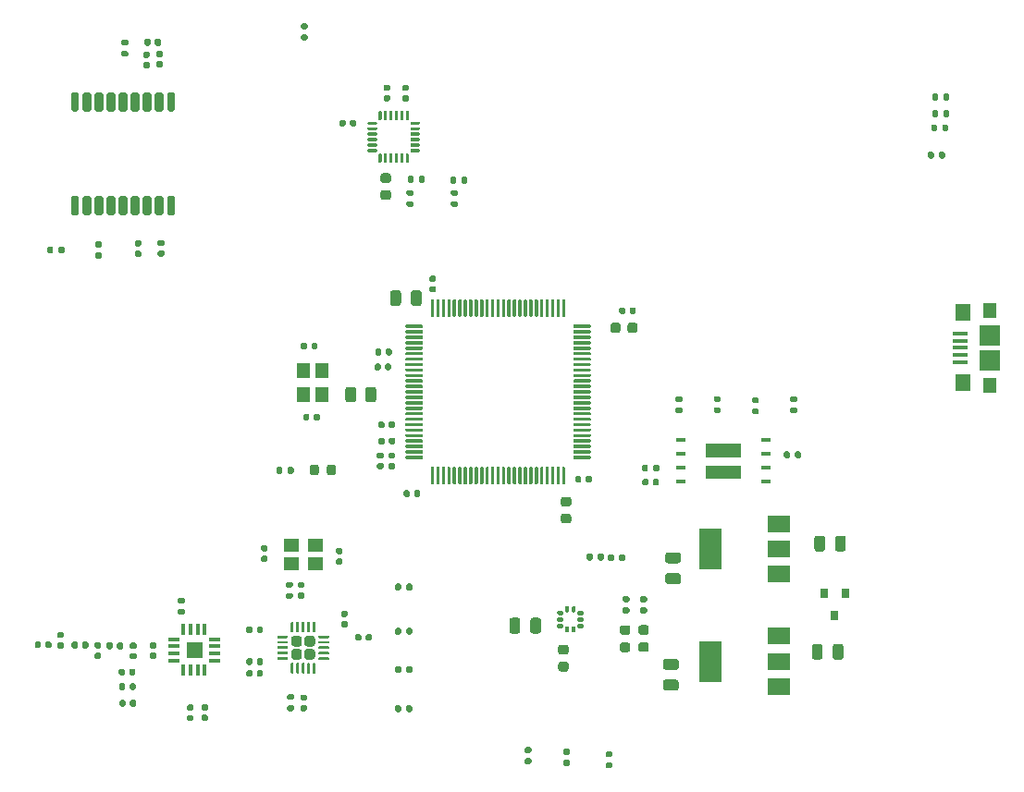
<source format=gbr>
%TF.GenerationSoftware,KiCad,Pcbnew,(5.1.8)-1*%
%TF.CreationDate,2021-01-18T01:00:06-05:00*%
%TF.ProjectId,Mercury,4d657263-7572-4792-9e6b-696361645f70,rev?*%
%TF.SameCoordinates,Original*%
%TF.FileFunction,Paste,Top*%
%TF.FilePolarity,Positive*%
%FSLAX46Y46*%
G04 Gerber Fmt 4.6, Leading zero omitted, Abs format (unit mm)*
G04 Created by KiCad (PCBNEW (5.1.8)-1) date 2021-01-18 01:00:06*
%MOMM*%
%LPD*%
G01*
G04 APERTURE LIST*
%ADD10C,0.010000*%
%ADD11R,1.350000X0.400000*%
%ADD12R,1.400000X1.600000*%
%ADD13R,1.300000X1.450000*%
%ADD14R,1.900000X1.900000*%
%ADD15R,0.800000X0.900000*%
%ADD16R,2.000000X1.500000*%
%ADD17R,2.000000X3.800000*%
%ADD18R,0.940000X0.440000*%
%ADD19R,0.990000X0.340000*%
%ADD20R,0.340000X0.990000*%
%ADD21R,1.200000X1.400000*%
%ADD22R,1.400000X1.200000*%
G04 APERTURE END LIST*
D10*
%TO.C,U5*%
G36*
X87233000Y-63752000D02*
G01*
X85633000Y-63752000D01*
X85633000Y-62602000D01*
X87233000Y-62602000D01*
X87233000Y-63752000D01*
G37*
X87233000Y-63752000D02*
X85633000Y-63752000D01*
X85633000Y-62602000D01*
X87233000Y-62602000D01*
X87233000Y-63752000D01*
G36*
X87233000Y-65722000D02*
G01*
X85633000Y-65722000D01*
X85633000Y-64572000D01*
X87233000Y-64572000D01*
X87233000Y-65722000D01*
G37*
X87233000Y-65722000D02*
X85633000Y-65722000D01*
X85633000Y-64572000D01*
X87233000Y-64572000D01*
X87233000Y-65722000D01*
G36*
X88753000Y-63752000D02*
G01*
X87153000Y-63752000D01*
X87153000Y-62602000D01*
X88753000Y-62602000D01*
X88753000Y-63752000D01*
G37*
X88753000Y-63752000D02*
X87153000Y-63752000D01*
X87153000Y-62602000D01*
X88753000Y-62602000D01*
X88753000Y-63752000D01*
G36*
X88753000Y-65722000D02*
G01*
X87153000Y-65722000D01*
X87153000Y-64572000D01*
X88753000Y-64572000D01*
X88753000Y-65722000D01*
G37*
X88753000Y-65722000D02*
X87153000Y-65722000D01*
X87153000Y-64572000D01*
X88753000Y-64572000D01*
X88753000Y-65722000D01*
%TO.C,U8*%
G36*
X39469500Y-82140500D02*
G01*
X38109500Y-82140500D01*
X38109500Y-80780500D01*
X39469500Y-80780500D01*
X39469500Y-82140500D01*
G37*
X39469500Y-82140500D02*
X38109500Y-82140500D01*
X38109500Y-80780500D01*
X39469500Y-80780500D01*
X39469500Y-82140500D01*
%TD*%
%TO.C,U1*%
G36*
G01*
X60451500Y-50881000D02*
X60451500Y-49431000D01*
G75*
G02*
X60526500Y-49356000I75000J0D01*
G01*
X60676500Y-49356000D01*
G75*
G02*
X60751500Y-49431000I0J-75000D01*
G01*
X60751500Y-50881000D01*
G75*
G02*
X60676500Y-50956000I-75000J0D01*
G01*
X60526500Y-50956000D01*
G75*
G02*
X60451500Y-50881000I0J75000D01*
G01*
G37*
G36*
G01*
X60951500Y-50881000D02*
X60951500Y-49431000D01*
G75*
G02*
X61026500Y-49356000I75000J0D01*
G01*
X61176500Y-49356000D01*
G75*
G02*
X61251500Y-49431000I0J-75000D01*
G01*
X61251500Y-50881000D01*
G75*
G02*
X61176500Y-50956000I-75000J0D01*
G01*
X61026500Y-50956000D01*
G75*
G02*
X60951500Y-50881000I0J75000D01*
G01*
G37*
G36*
G01*
X61451500Y-50881000D02*
X61451500Y-49431000D01*
G75*
G02*
X61526500Y-49356000I75000J0D01*
G01*
X61676500Y-49356000D01*
G75*
G02*
X61751500Y-49431000I0J-75000D01*
G01*
X61751500Y-50881000D01*
G75*
G02*
X61676500Y-50956000I-75000J0D01*
G01*
X61526500Y-50956000D01*
G75*
G02*
X61451500Y-50881000I0J75000D01*
G01*
G37*
G36*
G01*
X61951500Y-50881000D02*
X61951500Y-49431000D01*
G75*
G02*
X62026500Y-49356000I75000J0D01*
G01*
X62176500Y-49356000D01*
G75*
G02*
X62251500Y-49431000I0J-75000D01*
G01*
X62251500Y-50881000D01*
G75*
G02*
X62176500Y-50956000I-75000J0D01*
G01*
X62026500Y-50956000D01*
G75*
G02*
X61951500Y-50881000I0J75000D01*
G01*
G37*
G36*
G01*
X62451500Y-50881000D02*
X62451500Y-49431000D01*
G75*
G02*
X62526500Y-49356000I75000J0D01*
G01*
X62676500Y-49356000D01*
G75*
G02*
X62751500Y-49431000I0J-75000D01*
G01*
X62751500Y-50881000D01*
G75*
G02*
X62676500Y-50956000I-75000J0D01*
G01*
X62526500Y-50956000D01*
G75*
G02*
X62451500Y-50881000I0J75000D01*
G01*
G37*
G36*
G01*
X62951500Y-50881000D02*
X62951500Y-49431000D01*
G75*
G02*
X63026500Y-49356000I75000J0D01*
G01*
X63176500Y-49356000D01*
G75*
G02*
X63251500Y-49431000I0J-75000D01*
G01*
X63251500Y-50881000D01*
G75*
G02*
X63176500Y-50956000I-75000J0D01*
G01*
X63026500Y-50956000D01*
G75*
G02*
X62951500Y-50881000I0J75000D01*
G01*
G37*
G36*
G01*
X63451500Y-50881000D02*
X63451500Y-49431000D01*
G75*
G02*
X63526500Y-49356000I75000J0D01*
G01*
X63676500Y-49356000D01*
G75*
G02*
X63751500Y-49431000I0J-75000D01*
G01*
X63751500Y-50881000D01*
G75*
G02*
X63676500Y-50956000I-75000J0D01*
G01*
X63526500Y-50956000D01*
G75*
G02*
X63451500Y-50881000I0J75000D01*
G01*
G37*
G36*
G01*
X63951500Y-50881000D02*
X63951500Y-49431000D01*
G75*
G02*
X64026500Y-49356000I75000J0D01*
G01*
X64176500Y-49356000D01*
G75*
G02*
X64251500Y-49431000I0J-75000D01*
G01*
X64251500Y-50881000D01*
G75*
G02*
X64176500Y-50956000I-75000J0D01*
G01*
X64026500Y-50956000D01*
G75*
G02*
X63951500Y-50881000I0J75000D01*
G01*
G37*
G36*
G01*
X64451500Y-50881000D02*
X64451500Y-49431000D01*
G75*
G02*
X64526500Y-49356000I75000J0D01*
G01*
X64676500Y-49356000D01*
G75*
G02*
X64751500Y-49431000I0J-75000D01*
G01*
X64751500Y-50881000D01*
G75*
G02*
X64676500Y-50956000I-75000J0D01*
G01*
X64526500Y-50956000D01*
G75*
G02*
X64451500Y-50881000I0J75000D01*
G01*
G37*
G36*
G01*
X64951500Y-50881000D02*
X64951500Y-49431000D01*
G75*
G02*
X65026500Y-49356000I75000J0D01*
G01*
X65176500Y-49356000D01*
G75*
G02*
X65251500Y-49431000I0J-75000D01*
G01*
X65251500Y-50881000D01*
G75*
G02*
X65176500Y-50956000I-75000J0D01*
G01*
X65026500Y-50956000D01*
G75*
G02*
X64951500Y-50881000I0J75000D01*
G01*
G37*
G36*
G01*
X65451500Y-50881000D02*
X65451500Y-49431000D01*
G75*
G02*
X65526500Y-49356000I75000J0D01*
G01*
X65676500Y-49356000D01*
G75*
G02*
X65751500Y-49431000I0J-75000D01*
G01*
X65751500Y-50881000D01*
G75*
G02*
X65676500Y-50956000I-75000J0D01*
G01*
X65526500Y-50956000D01*
G75*
G02*
X65451500Y-50881000I0J75000D01*
G01*
G37*
G36*
G01*
X65951500Y-50881000D02*
X65951500Y-49431000D01*
G75*
G02*
X66026500Y-49356000I75000J0D01*
G01*
X66176500Y-49356000D01*
G75*
G02*
X66251500Y-49431000I0J-75000D01*
G01*
X66251500Y-50881000D01*
G75*
G02*
X66176500Y-50956000I-75000J0D01*
G01*
X66026500Y-50956000D01*
G75*
G02*
X65951500Y-50881000I0J75000D01*
G01*
G37*
G36*
G01*
X66451500Y-50881000D02*
X66451500Y-49431000D01*
G75*
G02*
X66526500Y-49356000I75000J0D01*
G01*
X66676500Y-49356000D01*
G75*
G02*
X66751500Y-49431000I0J-75000D01*
G01*
X66751500Y-50881000D01*
G75*
G02*
X66676500Y-50956000I-75000J0D01*
G01*
X66526500Y-50956000D01*
G75*
G02*
X66451500Y-50881000I0J75000D01*
G01*
G37*
G36*
G01*
X66951500Y-50881000D02*
X66951500Y-49431000D01*
G75*
G02*
X67026500Y-49356000I75000J0D01*
G01*
X67176500Y-49356000D01*
G75*
G02*
X67251500Y-49431000I0J-75000D01*
G01*
X67251500Y-50881000D01*
G75*
G02*
X67176500Y-50956000I-75000J0D01*
G01*
X67026500Y-50956000D01*
G75*
G02*
X66951500Y-50881000I0J75000D01*
G01*
G37*
G36*
G01*
X67451500Y-50881000D02*
X67451500Y-49431000D01*
G75*
G02*
X67526500Y-49356000I75000J0D01*
G01*
X67676500Y-49356000D01*
G75*
G02*
X67751500Y-49431000I0J-75000D01*
G01*
X67751500Y-50881000D01*
G75*
G02*
X67676500Y-50956000I-75000J0D01*
G01*
X67526500Y-50956000D01*
G75*
G02*
X67451500Y-50881000I0J75000D01*
G01*
G37*
G36*
G01*
X67951500Y-50881000D02*
X67951500Y-49431000D01*
G75*
G02*
X68026500Y-49356000I75000J0D01*
G01*
X68176500Y-49356000D01*
G75*
G02*
X68251500Y-49431000I0J-75000D01*
G01*
X68251500Y-50881000D01*
G75*
G02*
X68176500Y-50956000I-75000J0D01*
G01*
X68026500Y-50956000D01*
G75*
G02*
X67951500Y-50881000I0J75000D01*
G01*
G37*
G36*
G01*
X68451500Y-50881000D02*
X68451500Y-49431000D01*
G75*
G02*
X68526500Y-49356000I75000J0D01*
G01*
X68676500Y-49356000D01*
G75*
G02*
X68751500Y-49431000I0J-75000D01*
G01*
X68751500Y-50881000D01*
G75*
G02*
X68676500Y-50956000I-75000J0D01*
G01*
X68526500Y-50956000D01*
G75*
G02*
X68451500Y-50881000I0J75000D01*
G01*
G37*
G36*
G01*
X68951500Y-50881000D02*
X68951500Y-49431000D01*
G75*
G02*
X69026500Y-49356000I75000J0D01*
G01*
X69176500Y-49356000D01*
G75*
G02*
X69251500Y-49431000I0J-75000D01*
G01*
X69251500Y-50881000D01*
G75*
G02*
X69176500Y-50956000I-75000J0D01*
G01*
X69026500Y-50956000D01*
G75*
G02*
X68951500Y-50881000I0J75000D01*
G01*
G37*
G36*
G01*
X69451500Y-50881000D02*
X69451500Y-49431000D01*
G75*
G02*
X69526500Y-49356000I75000J0D01*
G01*
X69676500Y-49356000D01*
G75*
G02*
X69751500Y-49431000I0J-75000D01*
G01*
X69751500Y-50881000D01*
G75*
G02*
X69676500Y-50956000I-75000J0D01*
G01*
X69526500Y-50956000D01*
G75*
G02*
X69451500Y-50881000I0J75000D01*
G01*
G37*
G36*
G01*
X69951500Y-50881000D02*
X69951500Y-49431000D01*
G75*
G02*
X70026500Y-49356000I75000J0D01*
G01*
X70176500Y-49356000D01*
G75*
G02*
X70251500Y-49431000I0J-75000D01*
G01*
X70251500Y-50881000D01*
G75*
G02*
X70176500Y-50956000I-75000J0D01*
G01*
X70026500Y-50956000D01*
G75*
G02*
X69951500Y-50881000I0J75000D01*
G01*
G37*
G36*
G01*
X70451500Y-50881000D02*
X70451500Y-49431000D01*
G75*
G02*
X70526500Y-49356000I75000J0D01*
G01*
X70676500Y-49356000D01*
G75*
G02*
X70751500Y-49431000I0J-75000D01*
G01*
X70751500Y-50881000D01*
G75*
G02*
X70676500Y-50956000I-75000J0D01*
G01*
X70526500Y-50956000D01*
G75*
G02*
X70451500Y-50881000I0J75000D01*
G01*
G37*
G36*
G01*
X70951500Y-50881000D02*
X70951500Y-49431000D01*
G75*
G02*
X71026500Y-49356000I75000J0D01*
G01*
X71176500Y-49356000D01*
G75*
G02*
X71251500Y-49431000I0J-75000D01*
G01*
X71251500Y-50881000D01*
G75*
G02*
X71176500Y-50956000I-75000J0D01*
G01*
X71026500Y-50956000D01*
G75*
G02*
X70951500Y-50881000I0J75000D01*
G01*
G37*
G36*
G01*
X71451500Y-50881000D02*
X71451500Y-49431000D01*
G75*
G02*
X71526500Y-49356000I75000J0D01*
G01*
X71676500Y-49356000D01*
G75*
G02*
X71751500Y-49431000I0J-75000D01*
G01*
X71751500Y-50881000D01*
G75*
G02*
X71676500Y-50956000I-75000J0D01*
G01*
X71526500Y-50956000D01*
G75*
G02*
X71451500Y-50881000I0J75000D01*
G01*
G37*
G36*
G01*
X71951500Y-50881000D02*
X71951500Y-49431000D01*
G75*
G02*
X72026500Y-49356000I75000J0D01*
G01*
X72176500Y-49356000D01*
G75*
G02*
X72251500Y-49431000I0J-75000D01*
G01*
X72251500Y-50881000D01*
G75*
G02*
X72176500Y-50956000I-75000J0D01*
G01*
X72026500Y-50956000D01*
G75*
G02*
X71951500Y-50881000I0J75000D01*
G01*
G37*
G36*
G01*
X72451500Y-50881000D02*
X72451500Y-49431000D01*
G75*
G02*
X72526500Y-49356000I75000J0D01*
G01*
X72676500Y-49356000D01*
G75*
G02*
X72751500Y-49431000I0J-75000D01*
G01*
X72751500Y-50881000D01*
G75*
G02*
X72676500Y-50956000I-75000J0D01*
G01*
X72526500Y-50956000D01*
G75*
G02*
X72451500Y-50881000I0J75000D01*
G01*
G37*
G36*
G01*
X73476500Y-51906000D02*
X73476500Y-51756000D01*
G75*
G02*
X73551500Y-51681000I75000J0D01*
G01*
X75001500Y-51681000D01*
G75*
G02*
X75076500Y-51756000I0J-75000D01*
G01*
X75076500Y-51906000D01*
G75*
G02*
X75001500Y-51981000I-75000J0D01*
G01*
X73551500Y-51981000D01*
G75*
G02*
X73476500Y-51906000I0J75000D01*
G01*
G37*
G36*
G01*
X73476500Y-52406000D02*
X73476500Y-52256000D01*
G75*
G02*
X73551500Y-52181000I75000J0D01*
G01*
X75001500Y-52181000D01*
G75*
G02*
X75076500Y-52256000I0J-75000D01*
G01*
X75076500Y-52406000D01*
G75*
G02*
X75001500Y-52481000I-75000J0D01*
G01*
X73551500Y-52481000D01*
G75*
G02*
X73476500Y-52406000I0J75000D01*
G01*
G37*
G36*
G01*
X73476500Y-52906000D02*
X73476500Y-52756000D01*
G75*
G02*
X73551500Y-52681000I75000J0D01*
G01*
X75001500Y-52681000D01*
G75*
G02*
X75076500Y-52756000I0J-75000D01*
G01*
X75076500Y-52906000D01*
G75*
G02*
X75001500Y-52981000I-75000J0D01*
G01*
X73551500Y-52981000D01*
G75*
G02*
X73476500Y-52906000I0J75000D01*
G01*
G37*
G36*
G01*
X73476500Y-53406000D02*
X73476500Y-53256000D01*
G75*
G02*
X73551500Y-53181000I75000J0D01*
G01*
X75001500Y-53181000D01*
G75*
G02*
X75076500Y-53256000I0J-75000D01*
G01*
X75076500Y-53406000D01*
G75*
G02*
X75001500Y-53481000I-75000J0D01*
G01*
X73551500Y-53481000D01*
G75*
G02*
X73476500Y-53406000I0J75000D01*
G01*
G37*
G36*
G01*
X73476500Y-53906000D02*
X73476500Y-53756000D01*
G75*
G02*
X73551500Y-53681000I75000J0D01*
G01*
X75001500Y-53681000D01*
G75*
G02*
X75076500Y-53756000I0J-75000D01*
G01*
X75076500Y-53906000D01*
G75*
G02*
X75001500Y-53981000I-75000J0D01*
G01*
X73551500Y-53981000D01*
G75*
G02*
X73476500Y-53906000I0J75000D01*
G01*
G37*
G36*
G01*
X73476500Y-54406000D02*
X73476500Y-54256000D01*
G75*
G02*
X73551500Y-54181000I75000J0D01*
G01*
X75001500Y-54181000D01*
G75*
G02*
X75076500Y-54256000I0J-75000D01*
G01*
X75076500Y-54406000D01*
G75*
G02*
X75001500Y-54481000I-75000J0D01*
G01*
X73551500Y-54481000D01*
G75*
G02*
X73476500Y-54406000I0J75000D01*
G01*
G37*
G36*
G01*
X73476500Y-54906000D02*
X73476500Y-54756000D01*
G75*
G02*
X73551500Y-54681000I75000J0D01*
G01*
X75001500Y-54681000D01*
G75*
G02*
X75076500Y-54756000I0J-75000D01*
G01*
X75076500Y-54906000D01*
G75*
G02*
X75001500Y-54981000I-75000J0D01*
G01*
X73551500Y-54981000D01*
G75*
G02*
X73476500Y-54906000I0J75000D01*
G01*
G37*
G36*
G01*
X73476500Y-55406000D02*
X73476500Y-55256000D01*
G75*
G02*
X73551500Y-55181000I75000J0D01*
G01*
X75001500Y-55181000D01*
G75*
G02*
X75076500Y-55256000I0J-75000D01*
G01*
X75076500Y-55406000D01*
G75*
G02*
X75001500Y-55481000I-75000J0D01*
G01*
X73551500Y-55481000D01*
G75*
G02*
X73476500Y-55406000I0J75000D01*
G01*
G37*
G36*
G01*
X73476500Y-55906000D02*
X73476500Y-55756000D01*
G75*
G02*
X73551500Y-55681000I75000J0D01*
G01*
X75001500Y-55681000D01*
G75*
G02*
X75076500Y-55756000I0J-75000D01*
G01*
X75076500Y-55906000D01*
G75*
G02*
X75001500Y-55981000I-75000J0D01*
G01*
X73551500Y-55981000D01*
G75*
G02*
X73476500Y-55906000I0J75000D01*
G01*
G37*
G36*
G01*
X73476500Y-56406000D02*
X73476500Y-56256000D01*
G75*
G02*
X73551500Y-56181000I75000J0D01*
G01*
X75001500Y-56181000D01*
G75*
G02*
X75076500Y-56256000I0J-75000D01*
G01*
X75076500Y-56406000D01*
G75*
G02*
X75001500Y-56481000I-75000J0D01*
G01*
X73551500Y-56481000D01*
G75*
G02*
X73476500Y-56406000I0J75000D01*
G01*
G37*
G36*
G01*
X73476500Y-56906000D02*
X73476500Y-56756000D01*
G75*
G02*
X73551500Y-56681000I75000J0D01*
G01*
X75001500Y-56681000D01*
G75*
G02*
X75076500Y-56756000I0J-75000D01*
G01*
X75076500Y-56906000D01*
G75*
G02*
X75001500Y-56981000I-75000J0D01*
G01*
X73551500Y-56981000D01*
G75*
G02*
X73476500Y-56906000I0J75000D01*
G01*
G37*
G36*
G01*
X73476500Y-57406000D02*
X73476500Y-57256000D01*
G75*
G02*
X73551500Y-57181000I75000J0D01*
G01*
X75001500Y-57181000D01*
G75*
G02*
X75076500Y-57256000I0J-75000D01*
G01*
X75076500Y-57406000D01*
G75*
G02*
X75001500Y-57481000I-75000J0D01*
G01*
X73551500Y-57481000D01*
G75*
G02*
X73476500Y-57406000I0J75000D01*
G01*
G37*
G36*
G01*
X73476500Y-57906000D02*
X73476500Y-57756000D01*
G75*
G02*
X73551500Y-57681000I75000J0D01*
G01*
X75001500Y-57681000D01*
G75*
G02*
X75076500Y-57756000I0J-75000D01*
G01*
X75076500Y-57906000D01*
G75*
G02*
X75001500Y-57981000I-75000J0D01*
G01*
X73551500Y-57981000D01*
G75*
G02*
X73476500Y-57906000I0J75000D01*
G01*
G37*
G36*
G01*
X73476500Y-58406000D02*
X73476500Y-58256000D01*
G75*
G02*
X73551500Y-58181000I75000J0D01*
G01*
X75001500Y-58181000D01*
G75*
G02*
X75076500Y-58256000I0J-75000D01*
G01*
X75076500Y-58406000D01*
G75*
G02*
X75001500Y-58481000I-75000J0D01*
G01*
X73551500Y-58481000D01*
G75*
G02*
X73476500Y-58406000I0J75000D01*
G01*
G37*
G36*
G01*
X73476500Y-58906000D02*
X73476500Y-58756000D01*
G75*
G02*
X73551500Y-58681000I75000J0D01*
G01*
X75001500Y-58681000D01*
G75*
G02*
X75076500Y-58756000I0J-75000D01*
G01*
X75076500Y-58906000D01*
G75*
G02*
X75001500Y-58981000I-75000J0D01*
G01*
X73551500Y-58981000D01*
G75*
G02*
X73476500Y-58906000I0J75000D01*
G01*
G37*
G36*
G01*
X73476500Y-59406000D02*
X73476500Y-59256000D01*
G75*
G02*
X73551500Y-59181000I75000J0D01*
G01*
X75001500Y-59181000D01*
G75*
G02*
X75076500Y-59256000I0J-75000D01*
G01*
X75076500Y-59406000D01*
G75*
G02*
X75001500Y-59481000I-75000J0D01*
G01*
X73551500Y-59481000D01*
G75*
G02*
X73476500Y-59406000I0J75000D01*
G01*
G37*
G36*
G01*
X73476500Y-59906000D02*
X73476500Y-59756000D01*
G75*
G02*
X73551500Y-59681000I75000J0D01*
G01*
X75001500Y-59681000D01*
G75*
G02*
X75076500Y-59756000I0J-75000D01*
G01*
X75076500Y-59906000D01*
G75*
G02*
X75001500Y-59981000I-75000J0D01*
G01*
X73551500Y-59981000D01*
G75*
G02*
X73476500Y-59906000I0J75000D01*
G01*
G37*
G36*
G01*
X73476500Y-60406000D02*
X73476500Y-60256000D01*
G75*
G02*
X73551500Y-60181000I75000J0D01*
G01*
X75001500Y-60181000D01*
G75*
G02*
X75076500Y-60256000I0J-75000D01*
G01*
X75076500Y-60406000D01*
G75*
G02*
X75001500Y-60481000I-75000J0D01*
G01*
X73551500Y-60481000D01*
G75*
G02*
X73476500Y-60406000I0J75000D01*
G01*
G37*
G36*
G01*
X73476500Y-60906000D02*
X73476500Y-60756000D01*
G75*
G02*
X73551500Y-60681000I75000J0D01*
G01*
X75001500Y-60681000D01*
G75*
G02*
X75076500Y-60756000I0J-75000D01*
G01*
X75076500Y-60906000D01*
G75*
G02*
X75001500Y-60981000I-75000J0D01*
G01*
X73551500Y-60981000D01*
G75*
G02*
X73476500Y-60906000I0J75000D01*
G01*
G37*
G36*
G01*
X73476500Y-61406000D02*
X73476500Y-61256000D01*
G75*
G02*
X73551500Y-61181000I75000J0D01*
G01*
X75001500Y-61181000D01*
G75*
G02*
X75076500Y-61256000I0J-75000D01*
G01*
X75076500Y-61406000D01*
G75*
G02*
X75001500Y-61481000I-75000J0D01*
G01*
X73551500Y-61481000D01*
G75*
G02*
X73476500Y-61406000I0J75000D01*
G01*
G37*
G36*
G01*
X73476500Y-61906000D02*
X73476500Y-61756000D01*
G75*
G02*
X73551500Y-61681000I75000J0D01*
G01*
X75001500Y-61681000D01*
G75*
G02*
X75076500Y-61756000I0J-75000D01*
G01*
X75076500Y-61906000D01*
G75*
G02*
X75001500Y-61981000I-75000J0D01*
G01*
X73551500Y-61981000D01*
G75*
G02*
X73476500Y-61906000I0J75000D01*
G01*
G37*
G36*
G01*
X73476500Y-62406000D02*
X73476500Y-62256000D01*
G75*
G02*
X73551500Y-62181000I75000J0D01*
G01*
X75001500Y-62181000D01*
G75*
G02*
X75076500Y-62256000I0J-75000D01*
G01*
X75076500Y-62406000D01*
G75*
G02*
X75001500Y-62481000I-75000J0D01*
G01*
X73551500Y-62481000D01*
G75*
G02*
X73476500Y-62406000I0J75000D01*
G01*
G37*
G36*
G01*
X73476500Y-62906000D02*
X73476500Y-62756000D01*
G75*
G02*
X73551500Y-62681000I75000J0D01*
G01*
X75001500Y-62681000D01*
G75*
G02*
X75076500Y-62756000I0J-75000D01*
G01*
X75076500Y-62906000D01*
G75*
G02*
X75001500Y-62981000I-75000J0D01*
G01*
X73551500Y-62981000D01*
G75*
G02*
X73476500Y-62906000I0J75000D01*
G01*
G37*
G36*
G01*
X73476500Y-63406000D02*
X73476500Y-63256000D01*
G75*
G02*
X73551500Y-63181000I75000J0D01*
G01*
X75001500Y-63181000D01*
G75*
G02*
X75076500Y-63256000I0J-75000D01*
G01*
X75076500Y-63406000D01*
G75*
G02*
X75001500Y-63481000I-75000J0D01*
G01*
X73551500Y-63481000D01*
G75*
G02*
X73476500Y-63406000I0J75000D01*
G01*
G37*
G36*
G01*
X73476500Y-63906000D02*
X73476500Y-63756000D01*
G75*
G02*
X73551500Y-63681000I75000J0D01*
G01*
X75001500Y-63681000D01*
G75*
G02*
X75076500Y-63756000I0J-75000D01*
G01*
X75076500Y-63906000D01*
G75*
G02*
X75001500Y-63981000I-75000J0D01*
G01*
X73551500Y-63981000D01*
G75*
G02*
X73476500Y-63906000I0J75000D01*
G01*
G37*
G36*
G01*
X72451500Y-66231000D02*
X72451500Y-64781000D01*
G75*
G02*
X72526500Y-64706000I75000J0D01*
G01*
X72676500Y-64706000D01*
G75*
G02*
X72751500Y-64781000I0J-75000D01*
G01*
X72751500Y-66231000D01*
G75*
G02*
X72676500Y-66306000I-75000J0D01*
G01*
X72526500Y-66306000D01*
G75*
G02*
X72451500Y-66231000I0J75000D01*
G01*
G37*
G36*
G01*
X71951500Y-66231000D02*
X71951500Y-64781000D01*
G75*
G02*
X72026500Y-64706000I75000J0D01*
G01*
X72176500Y-64706000D01*
G75*
G02*
X72251500Y-64781000I0J-75000D01*
G01*
X72251500Y-66231000D01*
G75*
G02*
X72176500Y-66306000I-75000J0D01*
G01*
X72026500Y-66306000D01*
G75*
G02*
X71951500Y-66231000I0J75000D01*
G01*
G37*
G36*
G01*
X71451500Y-66231000D02*
X71451500Y-64781000D01*
G75*
G02*
X71526500Y-64706000I75000J0D01*
G01*
X71676500Y-64706000D01*
G75*
G02*
X71751500Y-64781000I0J-75000D01*
G01*
X71751500Y-66231000D01*
G75*
G02*
X71676500Y-66306000I-75000J0D01*
G01*
X71526500Y-66306000D01*
G75*
G02*
X71451500Y-66231000I0J75000D01*
G01*
G37*
G36*
G01*
X70951500Y-66231000D02*
X70951500Y-64781000D01*
G75*
G02*
X71026500Y-64706000I75000J0D01*
G01*
X71176500Y-64706000D01*
G75*
G02*
X71251500Y-64781000I0J-75000D01*
G01*
X71251500Y-66231000D01*
G75*
G02*
X71176500Y-66306000I-75000J0D01*
G01*
X71026500Y-66306000D01*
G75*
G02*
X70951500Y-66231000I0J75000D01*
G01*
G37*
G36*
G01*
X70451500Y-66231000D02*
X70451500Y-64781000D01*
G75*
G02*
X70526500Y-64706000I75000J0D01*
G01*
X70676500Y-64706000D01*
G75*
G02*
X70751500Y-64781000I0J-75000D01*
G01*
X70751500Y-66231000D01*
G75*
G02*
X70676500Y-66306000I-75000J0D01*
G01*
X70526500Y-66306000D01*
G75*
G02*
X70451500Y-66231000I0J75000D01*
G01*
G37*
G36*
G01*
X69951500Y-66231000D02*
X69951500Y-64781000D01*
G75*
G02*
X70026500Y-64706000I75000J0D01*
G01*
X70176500Y-64706000D01*
G75*
G02*
X70251500Y-64781000I0J-75000D01*
G01*
X70251500Y-66231000D01*
G75*
G02*
X70176500Y-66306000I-75000J0D01*
G01*
X70026500Y-66306000D01*
G75*
G02*
X69951500Y-66231000I0J75000D01*
G01*
G37*
G36*
G01*
X69451500Y-66231000D02*
X69451500Y-64781000D01*
G75*
G02*
X69526500Y-64706000I75000J0D01*
G01*
X69676500Y-64706000D01*
G75*
G02*
X69751500Y-64781000I0J-75000D01*
G01*
X69751500Y-66231000D01*
G75*
G02*
X69676500Y-66306000I-75000J0D01*
G01*
X69526500Y-66306000D01*
G75*
G02*
X69451500Y-66231000I0J75000D01*
G01*
G37*
G36*
G01*
X68951500Y-66231000D02*
X68951500Y-64781000D01*
G75*
G02*
X69026500Y-64706000I75000J0D01*
G01*
X69176500Y-64706000D01*
G75*
G02*
X69251500Y-64781000I0J-75000D01*
G01*
X69251500Y-66231000D01*
G75*
G02*
X69176500Y-66306000I-75000J0D01*
G01*
X69026500Y-66306000D01*
G75*
G02*
X68951500Y-66231000I0J75000D01*
G01*
G37*
G36*
G01*
X68451500Y-66231000D02*
X68451500Y-64781000D01*
G75*
G02*
X68526500Y-64706000I75000J0D01*
G01*
X68676500Y-64706000D01*
G75*
G02*
X68751500Y-64781000I0J-75000D01*
G01*
X68751500Y-66231000D01*
G75*
G02*
X68676500Y-66306000I-75000J0D01*
G01*
X68526500Y-66306000D01*
G75*
G02*
X68451500Y-66231000I0J75000D01*
G01*
G37*
G36*
G01*
X67951500Y-66231000D02*
X67951500Y-64781000D01*
G75*
G02*
X68026500Y-64706000I75000J0D01*
G01*
X68176500Y-64706000D01*
G75*
G02*
X68251500Y-64781000I0J-75000D01*
G01*
X68251500Y-66231000D01*
G75*
G02*
X68176500Y-66306000I-75000J0D01*
G01*
X68026500Y-66306000D01*
G75*
G02*
X67951500Y-66231000I0J75000D01*
G01*
G37*
G36*
G01*
X67451500Y-66231000D02*
X67451500Y-64781000D01*
G75*
G02*
X67526500Y-64706000I75000J0D01*
G01*
X67676500Y-64706000D01*
G75*
G02*
X67751500Y-64781000I0J-75000D01*
G01*
X67751500Y-66231000D01*
G75*
G02*
X67676500Y-66306000I-75000J0D01*
G01*
X67526500Y-66306000D01*
G75*
G02*
X67451500Y-66231000I0J75000D01*
G01*
G37*
G36*
G01*
X66951500Y-66231000D02*
X66951500Y-64781000D01*
G75*
G02*
X67026500Y-64706000I75000J0D01*
G01*
X67176500Y-64706000D01*
G75*
G02*
X67251500Y-64781000I0J-75000D01*
G01*
X67251500Y-66231000D01*
G75*
G02*
X67176500Y-66306000I-75000J0D01*
G01*
X67026500Y-66306000D01*
G75*
G02*
X66951500Y-66231000I0J75000D01*
G01*
G37*
G36*
G01*
X66451500Y-66231000D02*
X66451500Y-64781000D01*
G75*
G02*
X66526500Y-64706000I75000J0D01*
G01*
X66676500Y-64706000D01*
G75*
G02*
X66751500Y-64781000I0J-75000D01*
G01*
X66751500Y-66231000D01*
G75*
G02*
X66676500Y-66306000I-75000J0D01*
G01*
X66526500Y-66306000D01*
G75*
G02*
X66451500Y-66231000I0J75000D01*
G01*
G37*
G36*
G01*
X65951500Y-66231000D02*
X65951500Y-64781000D01*
G75*
G02*
X66026500Y-64706000I75000J0D01*
G01*
X66176500Y-64706000D01*
G75*
G02*
X66251500Y-64781000I0J-75000D01*
G01*
X66251500Y-66231000D01*
G75*
G02*
X66176500Y-66306000I-75000J0D01*
G01*
X66026500Y-66306000D01*
G75*
G02*
X65951500Y-66231000I0J75000D01*
G01*
G37*
G36*
G01*
X65451500Y-66231000D02*
X65451500Y-64781000D01*
G75*
G02*
X65526500Y-64706000I75000J0D01*
G01*
X65676500Y-64706000D01*
G75*
G02*
X65751500Y-64781000I0J-75000D01*
G01*
X65751500Y-66231000D01*
G75*
G02*
X65676500Y-66306000I-75000J0D01*
G01*
X65526500Y-66306000D01*
G75*
G02*
X65451500Y-66231000I0J75000D01*
G01*
G37*
G36*
G01*
X64951500Y-66231000D02*
X64951500Y-64781000D01*
G75*
G02*
X65026500Y-64706000I75000J0D01*
G01*
X65176500Y-64706000D01*
G75*
G02*
X65251500Y-64781000I0J-75000D01*
G01*
X65251500Y-66231000D01*
G75*
G02*
X65176500Y-66306000I-75000J0D01*
G01*
X65026500Y-66306000D01*
G75*
G02*
X64951500Y-66231000I0J75000D01*
G01*
G37*
G36*
G01*
X64451500Y-66231000D02*
X64451500Y-64781000D01*
G75*
G02*
X64526500Y-64706000I75000J0D01*
G01*
X64676500Y-64706000D01*
G75*
G02*
X64751500Y-64781000I0J-75000D01*
G01*
X64751500Y-66231000D01*
G75*
G02*
X64676500Y-66306000I-75000J0D01*
G01*
X64526500Y-66306000D01*
G75*
G02*
X64451500Y-66231000I0J75000D01*
G01*
G37*
G36*
G01*
X63951500Y-66231000D02*
X63951500Y-64781000D01*
G75*
G02*
X64026500Y-64706000I75000J0D01*
G01*
X64176500Y-64706000D01*
G75*
G02*
X64251500Y-64781000I0J-75000D01*
G01*
X64251500Y-66231000D01*
G75*
G02*
X64176500Y-66306000I-75000J0D01*
G01*
X64026500Y-66306000D01*
G75*
G02*
X63951500Y-66231000I0J75000D01*
G01*
G37*
G36*
G01*
X63451500Y-66231000D02*
X63451500Y-64781000D01*
G75*
G02*
X63526500Y-64706000I75000J0D01*
G01*
X63676500Y-64706000D01*
G75*
G02*
X63751500Y-64781000I0J-75000D01*
G01*
X63751500Y-66231000D01*
G75*
G02*
X63676500Y-66306000I-75000J0D01*
G01*
X63526500Y-66306000D01*
G75*
G02*
X63451500Y-66231000I0J75000D01*
G01*
G37*
G36*
G01*
X62951500Y-66231000D02*
X62951500Y-64781000D01*
G75*
G02*
X63026500Y-64706000I75000J0D01*
G01*
X63176500Y-64706000D01*
G75*
G02*
X63251500Y-64781000I0J-75000D01*
G01*
X63251500Y-66231000D01*
G75*
G02*
X63176500Y-66306000I-75000J0D01*
G01*
X63026500Y-66306000D01*
G75*
G02*
X62951500Y-66231000I0J75000D01*
G01*
G37*
G36*
G01*
X62451500Y-66231000D02*
X62451500Y-64781000D01*
G75*
G02*
X62526500Y-64706000I75000J0D01*
G01*
X62676500Y-64706000D01*
G75*
G02*
X62751500Y-64781000I0J-75000D01*
G01*
X62751500Y-66231000D01*
G75*
G02*
X62676500Y-66306000I-75000J0D01*
G01*
X62526500Y-66306000D01*
G75*
G02*
X62451500Y-66231000I0J75000D01*
G01*
G37*
G36*
G01*
X61951500Y-66231000D02*
X61951500Y-64781000D01*
G75*
G02*
X62026500Y-64706000I75000J0D01*
G01*
X62176500Y-64706000D01*
G75*
G02*
X62251500Y-64781000I0J-75000D01*
G01*
X62251500Y-66231000D01*
G75*
G02*
X62176500Y-66306000I-75000J0D01*
G01*
X62026500Y-66306000D01*
G75*
G02*
X61951500Y-66231000I0J75000D01*
G01*
G37*
G36*
G01*
X61451500Y-66231000D02*
X61451500Y-64781000D01*
G75*
G02*
X61526500Y-64706000I75000J0D01*
G01*
X61676500Y-64706000D01*
G75*
G02*
X61751500Y-64781000I0J-75000D01*
G01*
X61751500Y-66231000D01*
G75*
G02*
X61676500Y-66306000I-75000J0D01*
G01*
X61526500Y-66306000D01*
G75*
G02*
X61451500Y-66231000I0J75000D01*
G01*
G37*
G36*
G01*
X60951500Y-66231000D02*
X60951500Y-64781000D01*
G75*
G02*
X61026500Y-64706000I75000J0D01*
G01*
X61176500Y-64706000D01*
G75*
G02*
X61251500Y-64781000I0J-75000D01*
G01*
X61251500Y-66231000D01*
G75*
G02*
X61176500Y-66306000I-75000J0D01*
G01*
X61026500Y-66306000D01*
G75*
G02*
X60951500Y-66231000I0J75000D01*
G01*
G37*
G36*
G01*
X60451500Y-66231000D02*
X60451500Y-64781000D01*
G75*
G02*
X60526500Y-64706000I75000J0D01*
G01*
X60676500Y-64706000D01*
G75*
G02*
X60751500Y-64781000I0J-75000D01*
G01*
X60751500Y-66231000D01*
G75*
G02*
X60676500Y-66306000I-75000J0D01*
G01*
X60526500Y-66306000D01*
G75*
G02*
X60451500Y-66231000I0J75000D01*
G01*
G37*
G36*
G01*
X58126500Y-63906000D02*
X58126500Y-63756000D01*
G75*
G02*
X58201500Y-63681000I75000J0D01*
G01*
X59651500Y-63681000D01*
G75*
G02*
X59726500Y-63756000I0J-75000D01*
G01*
X59726500Y-63906000D01*
G75*
G02*
X59651500Y-63981000I-75000J0D01*
G01*
X58201500Y-63981000D01*
G75*
G02*
X58126500Y-63906000I0J75000D01*
G01*
G37*
G36*
G01*
X58126500Y-63406000D02*
X58126500Y-63256000D01*
G75*
G02*
X58201500Y-63181000I75000J0D01*
G01*
X59651500Y-63181000D01*
G75*
G02*
X59726500Y-63256000I0J-75000D01*
G01*
X59726500Y-63406000D01*
G75*
G02*
X59651500Y-63481000I-75000J0D01*
G01*
X58201500Y-63481000D01*
G75*
G02*
X58126500Y-63406000I0J75000D01*
G01*
G37*
G36*
G01*
X58126500Y-62906000D02*
X58126500Y-62756000D01*
G75*
G02*
X58201500Y-62681000I75000J0D01*
G01*
X59651500Y-62681000D01*
G75*
G02*
X59726500Y-62756000I0J-75000D01*
G01*
X59726500Y-62906000D01*
G75*
G02*
X59651500Y-62981000I-75000J0D01*
G01*
X58201500Y-62981000D01*
G75*
G02*
X58126500Y-62906000I0J75000D01*
G01*
G37*
G36*
G01*
X58126500Y-62406000D02*
X58126500Y-62256000D01*
G75*
G02*
X58201500Y-62181000I75000J0D01*
G01*
X59651500Y-62181000D01*
G75*
G02*
X59726500Y-62256000I0J-75000D01*
G01*
X59726500Y-62406000D01*
G75*
G02*
X59651500Y-62481000I-75000J0D01*
G01*
X58201500Y-62481000D01*
G75*
G02*
X58126500Y-62406000I0J75000D01*
G01*
G37*
G36*
G01*
X58126500Y-61906000D02*
X58126500Y-61756000D01*
G75*
G02*
X58201500Y-61681000I75000J0D01*
G01*
X59651500Y-61681000D01*
G75*
G02*
X59726500Y-61756000I0J-75000D01*
G01*
X59726500Y-61906000D01*
G75*
G02*
X59651500Y-61981000I-75000J0D01*
G01*
X58201500Y-61981000D01*
G75*
G02*
X58126500Y-61906000I0J75000D01*
G01*
G37*
G36*
G01*
X58126500Y-61406000D02*
X58126500Y-61256000D01*
G75*
G02*
X58201500Y-61181000I75000J0D01*
G01*
X59651500Y-61181000D01*
G75*
G02*
X59726500Y-61256000I0J-75000D01*
G01*
X59726500Y-61406000D01*
G75*
G02*
X59651500Y-61481000I-75000J0D01*
G01*
X58201500Y-61481000D01*
G75*
G02*
X58126500Y-61406000I0J75000D01*
G01*
G37*
G36*
G01*
X58126500Y-60906000D02*
X58126500Y-60756000D01*
G75*
G02*
X58201500Y-60681000I75000J0D01*
G01*
X59651500Y-60681000D01*
G75*
G02*
X59726500Y-60756000I0J-75000D01*
G01*
X59726500Y-60906000D01*
G75*
G02*
X59651500Y-60981000I-75000J0D01*
G01*
X58201500Y-60981000D01*
G75*
G02*
X58126500Y-60906000I0J75000D01*
G01*
G37*
G36*
G01*
X58126500Y-60406000D02*
X58126500Y-60256000D01*
G75*
G02*
X58201500Y-60181000I75000J0D01*
G01*
X59651500Y-60181000D01*
G75*
G02*
X59726500Y-60256000I0J-75000D01*
G01*
X59726500Y-60406000D01*
G75*
G02*
X59651500Y-60481000I-75000J0D01*
G01*
X58201500Y-60481000D01*
G75*
G02*
X58126500Y-60406000I0J75000D01*
G01*
G37*
G36*
G01*
X58126500Y-59906000D02*
X58126500Y-59756000D01*
G75*
G02*
X58201500Y-59681000I75000J0D01*
G01*
X59651500Y-59681000D01*
G75*
G02*
X59726500Y-59756000I0J-75000D01*
G01*
X59726500Y-59906000D01*
G75*
G02*
X59651500Y-59981000I-75000J0D01*
G01*
X58201500Y-59981000D01*
G75*
G02*
X58126500Y-59906000I0J75000D01*
G01*
G37*
G36*
G01*
X58126500Y-59406000D02*
X58126500Y-59256000D01*
G75*
G02*
X58201500Y-59181000I75000J0D01*
G01*
X59651500Y-59181000D01*
G75*
G02*
X59726500Y-59256000I0J-75000D01*
G01*
X59726500Y-59406000D01*
G75*
G02*
X59651500Y-59481000I-75000J0D01*
G01*
X58201500Y-59481000D01*
G75*
G02*
X58126500Y-59406000I0J75000D01*
G01*
G37*
G36*
G01*
X58126500Y-58906000D02*
X58126500Y-58756000D01*
G75*
G02*
X58201500Y-58681000I75000J0D01*
G01*
X59651500Y-58681000D01*
G75*
G02*
X59726500Y-58756000I0J-75000D01*
G01*
X59726500Y-58906000D01*
G75*
G02*
X59651500Y-58981000I-75000J0D01*
G01*
X58201500Y-58981000D01*
G75*
G02*
X58126500Y-58906000I0J75000D01*
G01*
G37*
G36*
G01*
X58126500Y-58406000D02*
X58126500Y-58256000D01*
G75*
G02*
X58201500Y-58181000I75000J0D01*
G01*
X59651500Y-58181000D01*
G75*
G02*
X59726500Y-58256000I0J-75000D01*
G01*
X59726500Y-58406000D01*
G75*
G02*
X59651500Y-58481000I-75000J0D01*
G01*
X58201500Y-58481000D01*
G75*
G02*
X58126500Y-58406000I0J75000D01*
G01*
G37*
G36*
G01*
X58126500Y-57906000D02*
X58126500Y-57756000D01*
G75*
G02*
X58201500Y-57681000I75000J0D01*
G01*
X59651500Y-57681000D01*
G75*
G02*
X59726500Y-57756000I0J-75000D01*
G01*
X59726500Y-57906000D01*
G75*
G02*
X59651500Y-57981000I-75000J0D01*
G01*
X58201500Y-57981000D01*
G75*
G02*
X58126500Y-57906000I0J75000D01*
G01*
G37*
G36*
G01*
X58126500Y-57406000D02*
X58126500Y-57256000D01*
G75*
G02*
X58201500Y-57181000I75000J0D01*
G01*
X59651500Y-57181000D01*
G75*
G02*
X59726500Y-57256000I0J-75000D01*
G01*
X59726500Y-57406000D01*
G75*
G02*
X59651500Y-57481000I-75000J0D01*
G01*
X58201500Y-57481000D01*
G75*
G02*
X58126500Y-57406000I0J75000D01*
G01*
G37*
G36*
G01*
X58126500Y-56906000D02*
X58126500Y-56756000D01*
G75*
G02*
X58201500Y-56681000I75000J0D01*
G01*
X59651500Y-56681000D01*
G75*
G02*
X59726500Y-56756000I0J-75000D01*
G01*
X59726500Y-56906000D01*
G75*
G02*
X59651500Y-56981000I-75000J0D01*
G01*
X58201500Y-56981000D01*
G75*
G02*
X58126500Y-56906000I0J75000D01*
G01*
G37*
G36*
G01*
X58126500Y-56406000D02*
X58126500Y-56256000D01*
G75*
G02*
X58201500Y-56181000I75000J0D01*
G01*
X59651500Y-56181000D01*
G75*
G02*
X59726500Y-56256000I0J-75000D01*
G01*
X59726500Y-56406000D01*
G75*
G02*
X59651500Y-56481000I-75000J0D01*
G01*
X58201500Y-56481000D01*
G75*
G02*
X58126500Y-56406000I0J75000D01*
G01*
G37*
G36*
G01*
X58126500Y-55906000D02*
X58126500Y-55756000D01*
G75*
G02*
X58201500Y-55681000I75000J0D01*
G01*
X59651500Y-55681000D01*
G75*
G02*
X59726500Y-55756000I0J-75000D01*
G01*
X59726500Y-55906000D01*
G75*
G02*
X59651500Y-55981000I-75000J0D01*
G01*
X58201500Y-55981000D01*
G75*
G02*
X58126500Y-55906000I0J75000D01*
G01*
G37*
G36*
G01*
X58126500Y-55406000D02*
X58126500Y-55256000D01*
G75*
G02*
X58201500Y-55181000I75000J0D01*
G01*
X59651500Y-55181000D01*
G75*
G02*
X59726500Y-55256000I0J-75000D01*
G01*
X59726500Y-55406000D01*
G75*
G02*
X59651500Y-55481000I-75000J0D01*
G01*
X58201500Y-55481000D01*
G75*
G02*
X58126500Y-55406000I0J75000D01*
G01*
G37*
G36*
G01*
X58126500Y-54906000D02*
X58126500Y-54756000D01*
G75*
G02*
X58201500Y-54681000I75000J0D01*
G01*
X59651500Y-54681000D01*
G75*
G02*
X59726500Y-54756000I0J-75000D01*
G01*
X59726500Y-54906000D01*
G75*
G02*
X59651500Y-54981000I-75000J0D01*
G01*
X58201500Y-54981000D01*
G75*
G02*
X58126500Y-54906000I0J75000D01*
G01*
G37*
G36*
G01*
X58126500Y-54406000D02*
X58126500Y-54256000D01*
G75*
G02*
X58201500Y-54181000I75000J0D01*
G01*
X59651500Y-54181000D01*
G75*
G02*
X59726500Y-54256000I0J-75000D01*
G01*
X59726500Y-54406000D01*
G75*
G02*
X59651500Y-54481000I-75000J0D01*
G01*
X58201500Y-54481000D01*
G75*
G02*
X58126500Y-54406000I0J75000D01*
G01*
G37*
G36*
G01*
X58126500Y-53906000D02*
X58126500Y-53756000D01*
G75*
G02*
X58201500Y-53681000I75000J0D01*
G01*
X59651500Y-53681000D01*
G75*
G02*
X59726500Y-53756000I0J-75000D01*
G01*
X59726500Y-53906000D01*
G75*
G02*
X59651500Y-53981000I-75000J0D01*
G01*
X58201500Y-53981000D01*
G75*
G02*
X58126500Y-53906000I0J75000D01*
G01*
G37*
G36*
G01*
X58126500Y-53406000D02*
X58126500Y-53256000D01*
G75*
G02*
X58201500Y-53181000I75000J0D01*
G01*
X59651500Y-53181000D01*
G75*
G02*
X59726500Y-53256000I0J-75000D01*
G01*
X59726500Y-53406000D01*
G75*
G02*
X59651500Y-53481000I-75000J0D01*
G01*
X58201500Y-53481000D01*
G75*
G02*
X58126500Y-53406000I0J75000D01*
G01*
G37*
G36*
G01*
X58126500Y-52906000D02*
X58126500Y-52756000D01*
G75*
G02*
X58201500Y-52681000I75000J0D01*
G01*
X59651500Y-52681000D01*
G75*
G02*
X59726500Y-52756000I0J-75000D01*
G01*
X59726500Y-52906000D01*
G75*
G02*
X59651500Y-52981000I-75000J0D01*
G01*
X58201500Y-52981000D01*
G75*
G02*
X58126500Y-52906000I0J75000D01*
G01*
G37*
G36*
G01*
X58126500Y-52406000D02*
X58126500Y-52256000D01*
G75*
G02*
X58201500Y-52181000I75000J0D01*
G01*
X59651500Y-52181000D01*
G75*
G02*
X59726500Y-52256000I0J-75000D01*
G01*
X59726500Y-52406000D01*
G75*
G02*
X59651500Y-52481000I-75000J0D01*
G01*
X58201500Y-52481000D01*
G75*
G02*
X58126500Y-52406000I0J75000D01*
G01*
G37*
G36*
G01*
X58126500Y-51906000D02*
X58126500Y-51756000D01*
G75*
G02*
X58201500Y-51681000I75000J0D01*
G01*
X59651500Y-51681000D01*
G75*
G02*
X59726500Y-51756000I0J-75000D01*
G01*
X59726500Y-51906000D01*
G75*
G02*
X59651500Y-51981000I-75000J0D01*
G01*
X58201500Y-51981000D01*
G75*
G02*
X58126500Y-51906000I0J75000D01*
G01*
G37*
%TD*%
%TO.C,R15*%
G36*
G01*
X25340000Y-45025000D02*
X25340000Y-44655000D01*
G75*
G02*
X25475000Y-44520000I135000J0D01*
G01*
X25745000Y-44520000D01*
G75*
G02*
X25880000Y-44655000I0J-135000D01*
G01*
X25880000Y-45025000D01*
G75*
G02*
X25745000Y-45160000I-135000J0D01*
G01*
X25475000Y-45160000D01*
G75*
G02*
X25340000Y-45025000I0J135000D01*
G01*
G37*
G36*
G01*
X26360000Y-45025000D02*
X26360000Y-44655000D01*
G75*
G02*
X26495000Y-44520000I135000J0D01*
G01*
X26765000Y-44520000D01*
G75*
G02*
X26900000Y-44655000I0J-135000D01*
G01*
X26900000Y-45025000D01*
G75*
G02*
X26765000Y-45160000I-135000J0D01*
G01*
X26495000Y-45160000D01*
G75*
G02*
X26360000Y-45025000I0J135000D01*
G01*
G37*
%TD*%
D11*
%TO.C,J7*%
X108895000Y-55080000D03*
X108895000Y-54430000D03*
X108895000Y-53780000D03*
X108895000Y-53130000D03*
X108895000Y-52480000D03*
D12*
X109120000Y-56980000D03*
X109120000Y-50580000D03*
D13*
X111570000Y-57205000D03*
X111570000Y-50355000D03*
D14*
X111570000Y-54930000D03*
X111570000Y-52630000D03*
%TD*%
%TO.C,C26*%
G36*
G01*
X72330500Y-81007500D02*
X72830500Y-81007500D01*
G75*
G02*
X73055500Y-81232500I0J-225000D01*
G01*
X73055500Y-81682500D01*
G75*
G02*
X72830500Y-81907500I-225000J0D01*
G01*
X72330500Y-81907500D01*
G75*
G02*
X72105500Y-81682500I0J225000D01*
G01*
X72105500Y-81232500D01*
G75*
G02*
X72330500Y-81007500I225000J0D01*
G01*
G37*
G36*
G01*
X72330500Y-82557500D02*
X72830500Y-82557500D01*
G75*
G02*
X73055500Y-82782500I0J-225000D01*
G01*
X73055500Y-83232500D01*
G75*
G02*
X72830500Y-83457500I-225000J0D01*
G01*
X72330500Y-83457500D01*
G75*
G02*
X72105500Y-83232500I0J225000D01*
G01*
X72105500Y-82782500D01*
G75*
G02*
X72330500Y-82557500I225000J0D01*
G01*
G37*
%TD*%
%TO.C,C25*%
G36*
G01*
X70538000Y-78773000D02*
X70538000Y-79723000D01*
G75*
G02*
X70288000Y-79973000I-250000J0D01*
G01*
X69788000Y-79973000D01*
G75*
G02*
X69538000Y-79723000I0J250000D01*
G01*
X69538000Y-78773000D01*
G75*
G02*
X69788000Y-78523000I250000J0D01*
G01*
X70288000Y-78523000D01*
G75*
G02*
X70538000Y-78773000I0J-250000D01*
G01*
G37*
G36*
G01*
X68638000Y-78773000D02*
X68638000Y-79723000D01*
G75*
G02*
X68388000Y-79973000I-250000J0D01*
G01*
X67888000Y-79973000D01*
G75*
G02*
X67638000Y-79723000I0J250000D01*
G01*
X67638000Y-78773000D01*
G75*
G02*
X67888000Y-78523000I250000J0D01*
G01*
X68388000Y-78523000D01*
G75*
G02*
X68638000Y-78773000I0J-250000D01*
G01*
G37*
%TD*%
%TO.C,U6*%
G36*
G01*
X73015500Y-79876500D02*
X72815500Y-79876500D01*
G75*
G02*
X72715500Y-79776500I0J100000D01*
G01*
X72715500Y-79426500D01*
G75*
G02*
X72815500Y-79326500I100000J0D01*
G01*
X73015500Y-79326500D01*
G75*
G02*
X73115500Y-79426500I0J-100000D01*
G01*
X73115500Y-79776500D01*
G75*
G02*
X73015500Y-79876500I-100000J0D01*
G01*
G37*
G36*
G01*
X73615500Y-79876500D02*
X73415500Y-79876500D01*
G75*
G02*
X73315500Y-79776500I0J100000D01*
G01*
X73315500Y-79426500D01*
G75*
G02*
X73415500Y-79326500I100000J0D01*
G01*
X73615500Y-79326500D01*
G75*
G02*
X73715500Y-79426500I0J-100000D01*
G01*
X73715500Y-79776500D01*
G75*
G02*
X73615500Y-79876500I-100000J0D01*
G01*
G37*
G36*
G01*
X74315500Y-79476500D02*
X73965500Y-79476500D01*
G75*
G02*
X73865500Y-79376500I0J100000D01*
G01*
X73865500Y-79176500D01*
G75*
G02*
X73965500Y-79076500I100000J0D01*
G01*
X74315500Y-79076500D01*
G75*
G02*
X74415500Y-79176500I0J-100000D01*
G01*
X74415500Y-79376500D01*
G75*
G02*
X74315500Y-79476500I-100000J0D01*
G01*
G37*
G36*
G01*
X74315500Y-78876500D02*
X73965500Y-78876500D01*
G75*
G02*
X73865500Y-78776500I0J100000D01*
G01*
X73865500Y-78576500D01*
G75*
G02*
X73965500Y-78476500I100000J0D01*
G01*
X74315500Y-78476500D01*
G75*
G02*
X74415500Y-78576500I0J-100000D01*
G01*
X74415500Y-78776500D01*
G75*
G02*
X74315500Y-78876500I-100000J0D01*
G01*
G37*
G36*
G01*
X74315500Y-78276500D02*
X73965500Y-78276500D01*
G75*
G02*
X73865500Y-78176500I0J100000D01*
G01*
X73865500Y-77976500D01*
G75*
G02*
X73965500Y-77876500I100000J0D01*
G01*
X74315500Y-77876500D01*
G75*
G02*
X74415500Y-77976500I0J-100000D01*
G01*
X74415500Y-78176500D01*
G75*
G02*
X74315500Y-78276500I-100000J0D01*
G01*
G37*
G36*
G01*
X73615500Y-78026500D02*
X73415500Y-78026500D01*
G75*
G02*
X73315500Y-77926500I0J100000D01*
G01*
X73315500Y-77576500D01*
G75*
G02*
X73415500Y-77476500I100000J0D01*
G01*
X73615500Y-77476500D01*
G75*
G02*
X73715500Y-77576500I0J-100000D01*
G01*
X73715500Y-77926500D01*
G75*
G02*
X73615500Y-78026500I-100000J0D01*
G01*
G37*
G36*
G01*
X73015500Y-78026500D02*
X72815500Y-78026500D01*
G75*
G02*
X72715500Y-77926500I0J100000D01*
G01*
X72715500Y-77576500D01*
G75*
G02*
X72815500Y-77476500I100000J0D01*
G01*
X73015500Y-77476500D01*
G75*
G02*
X73115500Y-77576500I0J-100000D01*
G01*
X73115500Y-77926500D01*
G75*
G02*
X73015500Y-78026500I-100000J0D01*
G01*
G37*
G36*
G01*
X72465500Y-78276500D02*
X72115500Y-78276500D01*
G75*
G02*
X72015500Y-78176500I0J100000D01*
G01*
X72015500Y-77976500D01*
G75*
G02*
X72115500Y-77876500I100000J0D01*
G01*
X72465500Y-77876500D01*
G75*
G02*
X72565500Y-77976500I0J-100000D01*
G01*
X72565500Y-78176500D01*
G75*
G02*
X72465500Y-78276500I-100000J0D01*
G01*
G37*
G36*
G01*
X72465500Y-78876500D02*
X72115500Y-78876500D01*
G75*
G02*
X72015500Y-78776500I0J100000D01*
G01*
X72015500Y-78576500D01*
G75*
G02*
X72115500Y-78476500I100000J0D01*
G01*
X72465500Y-78476500D01*
G75*
G02*
X72565500Y-78576500I0J-100000D01*
G01*
X72565500Y-78776500D01*
G75*
G02*
X72465500Y-78876500I-100000J0D01*
G01*
G37*
G36*
G01*
X72465500Y-79476500D02*
X72115500Y-79476500D01*
G75*
G02*
X72015500Y-79376500I0J100000D01*
G01*
X72015500Y-79176500D01*
G75*
G02*
X72115500Y-79076500I100000J0D01*
G01*
X72465500Y-79076500D01*
G75*
G02*
X72565500Y-79176500I0J-100000D01*
G01*
X72565500Y-79376500D01*
G75*
G02*
X72465500Y-79476500I-100000J0D01*
G01*
G37*
%TD*%
%TO.C,C23*%
G36*
G01*
X81320000Y-65933500D02*
X81320000Y-66273500D01*
G75*
G02*
X81180000Y-66413500I-140000J0D01*
G01*
X80900000Y-66413500D01*
G75*
G02*
X80760000Y-66273500I0J140000D01*
G01*
X80760000Y-65933500D01*
G75*
G02*
X80900000Y-65793500I140000J0D01*
G01*
X81180000Y-65793500D01*
G75*
G02*
X81320000Y-65933500I0J-140000D01*
G01*
G37*
G36*
G01*
X80360000Y-65933500D02*
X80360000Y-66273500D01*
G75*
G02*
X80220000Y-66413500I-140000J0D01*
G01*
X79940000Y-66413500D01*
G75*
G02*
X79800000Y-66273500I0J140000D01*
G01*
X79800000Y-65933500D01*
G75*
G02*
X79940000Y-65793500I140000J0D01*
G01*
X80220000Y-65793500D01*
G75*
G02*
X80360000Y-65933500I0J-140000D01*
G01*
G37*
%TD*%
%TO.C,C21*%
G36*
G01*
X58290000Y-31220000D02*
X57950000Y-31220000D01*
G75*
G02*
X57810000Y-31080000I0J140000D01*
G01*
X57810000Y-30800000D01*
G75*
G02*
X57950000Y-30660000I140000J0D01*
G01*
X58290000Y-30660000D01*
G75*
G02*
X58430000Y-30800000I0J-140000D01*
G01*
X58430000Y-31080000D01*
G75*
G02*
X58290000Y-31220000I-140000J0D01*
G01*
G37*
G36*
G01*
X58290000Y-30260000D02*
X57950000Y-30260000D01*
G75*
G02*
X57810000Y-30120000I0J140000D01*
G01*
X57810000Y-29840000D01*
G75*
G02*
X57950000Y-29700000I140000J0D01*
G01*
X58290000Y-29700000D01*
G75*
G02*
X58430000Y-29840000I0J-140000D01*
G01*
X58430000Y-30120000D01*
G75*
G02*
X58290000Y-30260000I-140000J0D01*
G01*
G37*
%TD*%
%TO.C,C20*%
G36*
G01*
X53611500Y-33033000D02*
X53611500Y-33373000D01*
G75*
G02*
X53471500Y-33513000I-140000J0D01*
G01*
X53191500Y-33513000D01*
G75*
G02*
X53051500Y-33373000I0J140000D01*
G01*
X53051500Y-33033000D01*
G75*
G02*
X53191500Y-32893000I140000J0D01*
G01*
X53471500Y-32893000D01*
G75*
G02*
X53611500Y-33033000I0J-140000D01*
G01*
G37*
G36*
G01*
X52651500Y-33033000D02*
X52651500Y-33373000D01*
G75*
G02*
X52511500Y-33513000I-140000J0D01*
G01*
X52231500Y-33513000D01*
G75*
G02*
X52091500Y-33373000I0J140000D01*
G01*
X52091500Y-33033000D01*
G75*
G02*
X52231500Y-32893000I140000J0D01*
G01*
X52511500Y-32893000D01*
G75*
G02*
X52651500Y-33033000I0J-140000D01*
G01*
G37*
%TD*%
%TO.C,C19*%
G36*
G01*
X56590000Y-31220000D02*
X56250000Y-31220000D01*
G75*
G02*
X56110000Y-31080000I0J140000D01*
G01*
X56110000Y-30800000D01*
G75*
G02*
X56250000Y-30660000I140000J0D01*
G01*
X56590000Y-30660000D01*
G75*
G02*
X56730000Y-30800000I0J-140000D01*
G01*
X56730000Y-31080000D01*
G75*
G02*
X56590000Y-31220000I-140000J0D01*
G01*
G37*
G36*
G01*
X56590000Y-30260000D02*
X56250000Y-30260000D01*
G75*
G02*
X56110000Y-30120000I0J140000D01*
G01*
X56110000Y-29840000D01*
G75*
G02*
X56250000Y-29700000I140000J0D01*
G01*
X56590000Y-29700000D01*
G75*
G02*
X56730000Y-29840000I0J-140000D01*
G01*
X56730000Y-30120000D01*
G75*
G02*
X56590000Y-30260000I-140000J0D01*
G01*
G37*
%TD*%
%TO.C,C8*%
G36*
G01*
X77680000Y-50560000D02*
X77680000Y-50220000D01*
G75*
G02*
X77820000Y-50080000I140000J0D01*
G01*
X78100000Y-50080000D01*
G75*
G02*
X78240000Y-50220000I0J-140000D01*
G01*
X78240000Y-50560000D01*
G75*
G02*
X78100000Y-50700000I-140000J0D01*
G01*
X77820000Y-50700000D01*
G75*
G02*
X77680000Y-50560000I0J140000D01*
G01*
G37*
G36*
G01*
X78640000Y-50560000D02*
X78640000Y-50220000D01*
G75*
G02*
X78780000Y-50080000I140000J0D01*
G01*
X79060000Y-50080000D01*
G75*
G02*
X79200000Y-50220000I0J-140000D01*
G01*
X79200000Y-50560000D01*
G75*
G02*
X79060000Y-50700000I-140000J0D01*
G01*
X78780000Y-50700000D01*
G75*
G02*
X78640000Y-50560000I0J140000D01*
G01*
G37*
%TD*%
%TO.C,C7*%
G36*
G01*
X73660000Y-66010000D02*
X73660000Y-65670000D01*
G75*
G02*
X73800000Y-65530000I140000J0D01*
G01*
X74080000Y-65530000D01*
G75*
G02*
X74220000Y-65670000I0J-140000D01*
G01*
X74220000Y-66010000D01*
G75*
G02*
X74080000Y-66150000I-140000J0D01*
G01*
X73800000Y-66150000D01*
G75*
G02*
X73660000Y-66010000I0J140000D01*
G01*
G37*
G36*
G01*
X74620000Y-66010000D02*
X74620000Y-65670000D01*
G75*
G02*
X74760000Y-65530000I140000J0D01*
G01*
X75040000Y-65530000D01*
G75*
G02*
X75180000Y-65670000I0J-140000D01*
G01*
X75180000Y-66010000D01*
G75*
G02*
X75040000Y-66150000I-140000J0D01*
G01*
X74760000Y-66150000D01*
G75*
G02*
X74620000Y-66010000I0J140000D01*
G01*
G37*
%TD*%
%TO.C,C6*%
G36*
G01*
X56880000Y-54010000D02*
X56880000Y-54350000D01*
G75*
G02*
X56740000Y-54490000I-140000J0D01*
G01*
X56460000Y-54490000D01*
G75*
G02*
X56320000Y-54350000I0J140000D01*
G01*
X56320000Y-54010000D01*
G75*
G02*
X56460000Y-53870000I140000J0D01*
G01*
X56740000Y-53870000D01*
G75*
G02*
X56880000Y-54010000I0J-140000D01*
G01*
G37*
G36*
G01*
X55920000Y-54010000D02*
X55920000Y-54350000D01*
G75*
G02*
X55780000Y-54490000I-140000J0D01*
G01*
X55500000Y-54490000D01*
G75*
G02*
X55360000Y-54350000I0J140000D01*
G01*
X55360000Y-54010000D01*
G75*
G02*
X55500000Y-53870000I140000J0D01*
G01*
X55780000Y-53870000D01*
G75*
G02*
X55920000Y-54010000I0J-140000D01*
G01*
G37*
%TD*%
%TO.C,C5*%
G36*
G01*
X56820500Y-55375000D02*
X56820500Y-55715000D01*
G75*
G02*
X56680500Y-55855000I-140000J0D01*
G01*
X56400500Y-55855000D01*
G75*
G02*
X56260500Y-55715000I0J140000D01*
G01*
X56260500Y-55375000D01*
G75*
G02*
X56400500Y-55235000I140000J0D01*
G01*
X56680500Y-55235000D01*
G75*
G02*
X56820500Y-55375000I0J-140000D01*
G01*
G37*
G36*
G01*
X55860500Y-55375000D02*
X55860500Y-55715000D01*
G75*
G02*
X55720500Y-55855000I-140000J0D01*
G01*
X55440500Y-55855000D01*
G75*
G02*
X55300500Y-55715000I0J140000D01*
G01*
X55300500Y-55375000D01*
G75*
G02*
X55440500Y-55235000I140000J0D01*
G01*
X55720500Y-55235000D01*
G75*
G02*
X55860500Y-55375000I0J-140000D01*
G01*
G37*
%TD*%
%TO.C,C4*%
G36*
G01*
X60790000Y-48700000D02*
X60450000Y-48700000D01*
G75*
G02*
X60310000Y-48560000I0J140000D01*
G01*
X60310000Y-48280000D01*
G75*
G02*
X60450000Y-48140000I140000J0D01*
G01*
X60790000Y-48140000D01*
G75*
G02*
X60930000Y-48280000I0J-140000D01*
G01*
X60930000Y-48560000D01*
G75*
G02*
X60790000Y-48700000I-140000J0D01*
G01*
G37*
G36*
G01*
X60790000Y-47740000D02*
X60450000Y-47740000D01*
G75*
G02*
X60310000Y-47600000I0J140000D01*
G01*
X60310000Y-47320000D01*
G75*
G02*
X60450000Y-47180000I140000J0D01*
G01*
X60790000Y-47180000D01*
G75*
G02*
X60930000Y-47320000I0J-140000D01*
G01*
X60930000Y-47600000D01*
G75*
G02*
X60790000Y-47740000I-140000J0D01*
G01*
G37*
%TD*%
%TO.C,C3*%
G36*
G01*
X59480000Y-66970000D02*
X59480000Y-67310000D01*
G75*
G02*
X59340000Y-67450000I-140000J0D01*
G01*
X59060000Y-67450000D01*
G75*
G02*
X58920000Y-67310000I0J140000D01*
G01*
X58920000Y-66970000D01*
G75*
G02*
X59060000Y-66830000I140000J0D01*
G01*
X59340000Y-66830000D01*
G75*
G02*
X59480000Y-66970000I0J-140000D01*
G01*
G37*
G36*
G01*
X58520000Y-66970000D02*
X58520000Y-67310000D01*
G75*
G02*
X58380000Y-67450000I-140000J0D01*
G01*
X58100000Y-67450000D01*
G75*
G02*
X57960000Y-67310000I0J140000D01*
G01*
X57960000Y-66970000D01*
G75*
G02*
X58100000Y-66830000I140000J0D01*
G01*
X58380000Y-66830000D01*
G75*
G02*
X58520000Y-66970000I0J-140000D01*
G01*
G37*
%TD*%
%TO.C,C2*%
G36*
G01*
X57160000Y-60670000D02*
X57160000Y-61010000D01*
G75*
G02*
X57020000Y-61150000I-140000J0D01*
G01*
X56740000Y-61150000D01*
G75*
G02*
X56600000Y-61010000I0J140000D01*
G01*
X56600000Y-60670000D01*
G75*
G02*
X56740000Y-60530000I140000J0D01*
G01*
X57020000Y-60530000D01*
G75*
G02*
X57160000Y-60670000I0J-140000D01*
G01*
G37*
G36*
G01*
X56200000Y-60670000D02*
X56200000Y-61010000D01*
G75*
G02*
X56060000Y-61150000I-140000J0D01*
G01*
X55780000Y-61150000D01*
G75*
G02*
X55640000Y-61010000I0J140000D01*
G01*
X55640000Y-60670000D01*
G75*
G02*
X55780000Y-60530000I140000J0D01*
G01*
X56060000Y-60530000D01*
G75*
G02*
X56200000Y-60670000I0J-140000D01*
G01*
G37*
%TD*%
%TO.C,C1*%
G36*
G01*
X57720000Y-48765000D02*
X57720000Y-49715000D01*
G75*
G02*
X57470000Y-49965000I-250000J0D01*
G01*
X56970000Y-49965000D01*
G75*
G02*
X56720000Y-49715000I0J250000D01*
G01*
X56720000Y-48765000D01*
G75*
G02*
X56970000Y-48515000I250000J0D01*
G01*
X57470000Y-48515000D01*
G75*
G02*
X57720000Y-48765000I0J-250000D01*
G01*
G37*
G36*
G01*
X59620000Y-48765000D02*
X59620000Y-49715000D01*
G75*
G02*
X59370000Y-49965000I-250000J0D01*
G01*
X58870000Y-49965000D01*
G75*
G02*
X58620000Y-49715000I0J250000D01*
G01*
X58620000Y-48765000D01*
G75*
G02*
X58870000Y-48515000I250000J0D01*
G01*
X59370000Y-48515000D01*
G75*
G02*
X59620000Y-48765000I0J-250000D01*
G01*
G37*
%TD*%
%TO.C,C9*%
G36*
G01*
X56709000Y-64345500D02*
X57049000Y-64345500D01*
G75*
G02*
X57189000Y-64485500I0J-140000D01*
G01*
X57189000Y-64765500D01*
G75*
G02*
X57049000Y-64905500I-140000J0D01*
G01*
X56709000Y-64905500D01*
G75*
G02*
X56569000Y-64765500I0J140000D01*
G01*
X56569000Y-64485500D01*
G75*
G02*
X56709000Y-64345500I140000J0D01*
G01*
G37*
G36*
G01*
X56709000Y-63385500D02*
X57049000Y-63385500D01*
G75*
G02*
X57189000Y-63525500I0J-140000D01*
G01*
X57189000Y-63805500D01*
G75*
G02*
X57049000Y-63945500I-140000J0D01*
G01*
X56709000Y-63945500D01*
G75*
G02*
X56569000Y-63805500I0J140000D01*
G01*
X56569000Y-63525500D01*
G75*
G02*
X56709000Y-63385500I140000J0D01*
G01*
G37*
%TD*%
%TO.C,C10*%
G36*
G01*
X55650000Y-64340000D02*
X55990000Y-64340000D01*
G75*
G02*
X56130000Y-64480000I0J-140000D01*
G01*
X56130000Y-64760000D01*
G75*
G02*
X55990000Y-64900000I-140000J0D01*
G01*
X55650000Y-64900000D01*
G75*
G02*
X55510000Y-64760000I0J140000D01*
G01*
X55510000Y-64480000D01*
G75*
G02*
X55650000Y-64340000I140000J0D01*
G01*
G37*
G36*
G01*
X55650000Y-63380000D02*
X55990000Y-63380000D01*
G75*
G02*
X56130000Y-63520000I0J-140000D01*
G01*
X56130000Y-63800000D01*
G75*
G02*
X55990000Y-63940000I-140000J0D01*
G01*
X55650000Y-63940000D01*
G75*
G02*
X55510000Y-63800000I0J140000D01*
G01*
X55510000Y-63520000D01*
G75*
G02*
X55650000Y-63380000I140000J0D01*
G01*
G37*
%TD*%
%TO.C,C11*%
G36*
G01*
X72570000Y-67440000D02*
X73070000Y-67440000D01*
G75*
G02*
X73295000Y-67665000I0J-225000D01*
G01*
X73295000Y-68115000D01*
G75*
G02*
X73070000Y-68340000I-225000J0D01*
G01*
X72570000Y-68340000D01*
G75*
G02*
X72345000Y-68115000I0J225000D01*
G01*
X72345000Y-67665000D01*
G75*
G02*
X72570000Y-67440000I225000J0D01*
G01*
G37*
G36*
G01*
X72570000Y-68990000D02*
X73070000Y-68990000D01*
G75*
G02*
X73295000Y-69215000I0J-225000D01*
G01*
X73295000Y-69665000D01*
G75*
G02*
X73070000Y-69890000I-225000J0D01*
G01*
X72570000Y-69890000D01*
G75*
G02*
X72345000Y-69665000I0J225000D01*
G01*
X72345000Y-69215000D01*
G75*
G02*
X72570000Y-68990000I225000J0D01*
G01*
G37*
%TD*%
%TO.C,C12*%
G36*
G01*
X78455000Y-52210000D02*
X78455000Y-51710000D01*
G75*
G02*
X78680000Y-51485000I225000J0D01*
G01*
X79130000Y-51485000D01*
G75*
G02*
X79355000Y-51710000I0J-225000D01*
G01*
X79355000Y-52210000D01*
G75*
G02*
X79130000Y-52435000I-225000J0D01*
G01*
X78680000Y-52435000D01*
G75*
G02*
X78455000Y-52210000I0J225000D01*
G01*
G37*
G36*
G01*
X76905000Y-52210000D02*
X76905000Y-51710000D01*
G75*
G02*
X77130000Y-51485000I225000J0D01*
G01*
X77580000Y-51485000D01*
G75*
G02*
X77805000Y-51710000I0J-225000D01*
G01*
X77805000Y-52210000D01*
G75*
G02*
X77580000Y-52435000I-225000J0D01*
G01*
X77130000Y-52435000D01*
G75*
G02*
X76905000Y-52210000I0J225000D01*
G01*
G37*
%TD*%
%TO.C,C13*%
G36*
G01*
X49520000Y-53810000D02*
X49520000Y-53470000D01*
G75*
G02*
X49660000Y-53330000I140000J0D01*
G01*
X49940000Y-53330000D01*
G75*
G02*
X50080000Y-53470000I0J-140000D01*
G01*
X50080000Y-53810000D01*
G75*
G02*
X49940000Y-53950000I-140000J0D01*
G01*
X49660000Y-53950000D01*
G75*
G02*
X49520000Y-53810000I0J140000D01*
G01*
G37*
G36*
G01*
X48560000Y-53810000D02*
X48560000Y-53470000D01*
G75*
G02*
X48700000Y-53330000I140000J0D01*
G01*
X48980000Y-53330000D01*
G75*
G02*
X49120000Y-53470000I0J-140000D01*
G01*
X49120000Y-53810000D01*
G75*
G02*
X48980000Y-53950000I-140000J0D01*
G01*
X48700000Y-53950000D01*
G75*
G02*
X48560000Y-53810000I0J140000D01*
G01*
G37*
%TD*%
%TO.C,C14*%
G36*
G01*
X50280000Y-59970000D02*
X50280000Y-60310000D01*
G75*
G02*
X50140000Y-60450000I-140000J0D01*
G01*
X49860000Y-60450000D01*
G75*
G02*
X49720000Y-60310000I0J140000D01*
G01*
X49720000Y-59970000D01*
G75*
G02*
X49860000Y-59830000I140000J0D01*
G01*
X50140000Y-59830000D01*
G75*
G02*
X50280000Y-59970000I0J-140000D01*
G01*
G37*
G36*
G01*
X49320000Y-59970000D02*
X49320000Y-60310000D01*
G75*
G02*
X49180000Y-60450000I-140000J0D01*
G01*
X48900000Y-60450000D01*
G75*
G02*
X48760000Y-60310000I0J140000D01*
G01*
X48760000Y-59970000D01*
G75*
G02*
X48900000Y-59830000I140000J0D01*
G01*
X49180000Y-59830000D01*
G75*
G02*
X49320000Y-59970000I0J-140000D01*
G01*
G37*
%TD*%
%TO.C,C15*%
G36*
G01*
X95320000Y-82115000D02*
X95320000Y-81165000D01*
G75*
G02*
X95570000Y-80915000I250000J0D01*
G01*
X96070000Y-80915000D01*
G75*
G02*
X96320000Y-81165000I0J-250000D01*
G01*
X96320000Y-82115000D01*
G75*
G02*
X96070000Y-82365000I-250000J0D01*
G01*
X95570000Y-82365000D01*
G75*
G02*
X95320000Y-82115000I0J250000D01*
G01*
G37*
G36*
G01*
X97220000Y-82115000D02*
X97220000Y-81165000D01*
G75*
G02*
X97470000Y-80915000I250000J0D01*
G01*
X97970000Y-80915000D01*
G75*
G02*
X98220000Y-81165000I0J-250000D01*
G01*
X98220000Y-82115000D01*
G75*
G02*
X97970000Y-82365000I-250000J0D01*
G01*
X97470000Y-82365000D01*
G75*
G02*
X97220000Y-82115000I0J250000D01*
G01*
G37*
%TD*%
%TO.C,C16*%
G36*
G01*
X82145000Y-74440000D02*
X83095000Y-74440000D01*
G75*
G02*
X83345000Y-74690000I0J-250000D01*
G01*
X83345000Y-75190000D01*
G75*
G02*
X83095000Y-75440000I-250000J0D01*
G01*
X82145000Y-75440000D01*
G75*
G02*
X81895000Y-75190000I0J250000D01*
G01*
X81895000Y-74690000D01*
G75*
G02*
X82145000Y-74440000I250000J0D01*
G01*
G37*
G36*
G01*
X82145000Y-72540000D02*
X83095000Y-72540000D01*
G75*
G02*
X83345000Y-72790000I0J-250000D01*
G01*
X83345000Y-73290000D01*
G75*
G02*
X83095000Y-73540000I-250000J0D01*
G01*
X82145000Y-73540000D01*
G75*
G02*
X81895000Y-73290000I0J250000D01*
G01*
X81895000Y-72790000D01*
G75*
G02*
X82145000Y-72540000I250000J0D01*
G01*
G37*
%TD*%
%TO.C,C17*%
G36*
G01*
X97440000Y-72205000D02*
X97440000Y-71255000D01*
G75*
G02*
X97690000Y-71005000I250000J0D01*
G01*
X98190000Y-71005000D01*
G75*
G02*
X98440000Y-71255000I0J-250000D01*
G01*
X98440000Y-72205000D01*
G75*
G02*
X98190000Y-72455000I-250000J0D01*
G01*
X97690000Y-72455000D01*
G75*
G02*
X97440000Y-72205000I0J250000D01*
G01*
G37*
G36*
G01*
X95540000Y-72205000D02*
X95540000Y-71255000D01*
G75*
G02*
X95790000Y-71005000I250000J0D01*
G01*
X96290000Y-71005000D01*
G75*
G02*
X96540000Y-71255000I0J-250000D01*
G01*
X96540000Y-72205000D01*
G75*
G02*
X96290000Y-72455000I-250000J0D01*
G01*
X95790000Y-72455000D01*
G75*
G02*
X95540000Y-72205000I0J250000D01*
G01*
G37*
%TD*%
%TO.C,C18*%
G36*
G01*
X81945000Y-82290000D02*
X82895000Y-82290000D01*
G75*
G02*
X83145000Y-82540000I0J-250000D01*
G01*
X83145000Y-83040000D01*
G75*
G02*
X82895000Y-83290000I-250000J0D01*
G01*
X81945000Y-83290000D01*
G75*
G02*
X81695000Y-83040000I0J250000D01*
G01*
X81695000Y-82540000D01*
G75*
G02*
X81945000Y-82290000I250000J0D01*
G01*
G37*
G36*
G01*
X81945000Y-84190000D02*
X82895000Y-84190000D01*
G75*
G02*
X83145000Y-84440000I0J-250000D01*
G01*
X83145000Y-84940000D01*
G75*
G02*
X82895000Y-85190000I-250000J0D01*
G01*
X81945000Y-85190000D01*
G75*
G02*
X81695000Y-84940000I0J250000D01*
G01*
X81695000Y-84440000D01*
G75*
G02*
X81945000Y-84190000I250000J0D01*
G01*
G37*
%TD*%
%TO.C,C22*%
G36*
G01*
X56070000Y-39340000D02*
X56570000Y-39340000D01*
G75*
G02*
X56795000Y-39565000I0J-225000D01*
G01*
X56795000Y-40015000D01*
G75*
G02*
X56570000Y-40240000I-225000J0D01*
G01*
X56070000Y-40240000D01*
G75*
G02*
X55845000Y-40015000I0J225000D01*
G01*
X55845000Y-39565000D01*
G75*
G02*
X56070000Y-39340000I225000J0D01*
G01*
G37*
G36*
G01*
X56070000Y-37790000D02*
X56570000Y-37790000D01*
G75*
G02*
X56795000Y-38015000I0J-225000D01*
G01*
X56795000Y-38465000D01*
G75*
G02*
X56570000Y-38690000I-225000J0D01*
G01*
X56070000Y-38690000D01*
G75*
G02*
X55845000Y-38465000I0J225000D01*
G01*
X55845000Y-38015000D01*
G75*
G02*
X56070000Y-37790000I225000J0D01*
G01*
G37*
%TD*%
%TO.C,C27*%
G36*
G01*
X54490000Y-80500000D02*
X54490000Y-80160000D01*
G75*
G02*
X54630000Y-80020000I140000J0D01*
G01*
X54910000Y-80020000D01*
G75*
G02*
X55050000Y-80160000I0J-140000D01*
G01*
X55050000Y-80500000D01*
G75*
G02*
X54910000Y-80640000I-140000J0D01*
G01*
X54630000Y-80640000D01*
G75*
G02*
X54490000Y-80500000I0J140000D01*
G01*
G37*
G36*
G01*
X53530000Y-80500000D02*
X53530000Y-80160000D01*
G75*
G02*
X53670000Y-80020000I140000J0D01*
G01*
X53950000Y-80020000D01*
G75*
G02*
X54090000Y-80160000I0J-140000D01*
G01*
X54090000Y-80500000D01*
G75*
G02*
X53950000Y-80640000I-140000J0D01*
G01*
X53670000Y-80640000D01*
G75*
G02*
X53530000Y-80500000I0J140000D01*
G01*
G37*
%TD*%
%TO.C,C28*%
G36*
G01*
X48650000Y-85560000D02*
X48990000Y-85560000D01*
G75*
G02*
X49130000Y-85700000I0J-140000D01*
G01*
X49130000Y-85980000D01*
G75*
G02*
X48990000Y-86120000I-140000J0D01*
G01*
X48650000Y-86120000D01*
G75*
G02*
X48510000Y-85980000I0J140000D01*
G01*
X48510000Y-85700000D01*
G75*
G02*
X48650000Y-85560000I140000J0D01*
G01*
G37*
G36*
G01*
X48650000Y-86520000D02*
X48990000Y-86520000D01*
G75*
G02*
X49130000Y-86660000I0J-140000D01*
G01*
X49130000Y-86940000D01*
G75*
G02*
X48990000Y-87080000I-140000J0D01*
G01*
X48650000Y-87080000D01*
G75*
G02*
X48510000Y-86940000I0J140000D01*
G01*
X48510000Y-86660000D01*
G75*
G02*
X48650000Y-86520000I140000J0D01*
G01*
G37*
%TD*%
%TO.C,C29*%
G36*
G01*
X44123000Y-83451500D02*
X44123000Y-83791500D01*
G75*
G02*
X43983000Y-83931500I-140000J0D01*
G01*
X43703000Y-83931500D01*
G75*
G02*
X43563000Y-83791500I0J140000D01*
G01*
X43563000Y-83451500D01*
G75*
G02*
X43703000Y-83311500I140000J0D01*
G01*
X43983000Y-83311500D01*
G75*
G02*
X44123000Y-83451500I0J-140000D01*
G01*
G37*
G36*
G01*
X45083000Y-83451500D02*
X45083000Y-83791500D01*
G75*
G02*
X44943000Y-83931500I-140000J0D01*
G01*
X44663000Y-83931500D01*
G75*
G02*
X44523000Y-83791500I0J140000D01*
G01*
X44523000Y-83451500D01*
G75*
G02*
X44663000Y-83311500I140000J0D01*
G01*
X44943000Y-83311500D01*
G75*
G02*
X45083000Y-83451500I0J-140000D01*
G01*
G37*
%TD*%
%TO.C,C30*%
G36*
G01*
X45083000Y-82372000D02*
X45083000Y-82712000D01*
G75*
G02*
X44943000Y-82852000I-140000J0D01*
G01*
X44663000Y-82852000D01*
G75*
G02*
X44523000Y-82712000I0J140000D01*
G01*
X44523000Y-82372000D01*
G75*
G02*
X44663000Y-82232000I140000J0D01*
G01*
X44943000Y-82232000D01*
G75*
G02*
X45083000Y-82372000I0J-140000D01*
G01*
G37*
G36*
G01*
X44123000Y-82372000D02*
X44123000Y-82712000D01*
G75*
G02*
X43983000Y-82852000I-140000J0D01*
G01*
X43703000Y-82852000D01*
G75*
G02*
X43563000Y-82712000I0J140000D01*
G01*
X43563000Y-82372000D01*
G75*
G02*
X43703000Y-82232000I140000J0D01*
G01*
X43983000Y-82232000D01*
G75*
G02*
X44123000Y-82372000I0J-140000D01*
G01*
G37*
%TD*%
%TO.C,C31*%
G36*
G01*
X44123000Y-79470000D02*
X44123000Y-79810000D01*
G75*
G02*
X43983000Y-79950000I-140000J0D01*
G01*
X43703000Y-79950000D01*
G75*
G02*
X43563000Y-79810000I0J140000D01*
G01*
X43563000Y-79470000D01*
G75*
G02*
X43703000Y-79330000I140000J0D01*
G01*
X43983000Y-79330000D01*
G75*
G02*
X44123000Y-79470000I0J-140000D01*
G01*
G37*
G36*
G01*
X45083000Y-79470000D02*
X45083000Y-79810000D01*
G75*
G02*
X44943000Y-79950000I-140000J0D01*
G01*
X44663000Y-79950000D01*
G75*
G02*
X44523000Y-79810000I0J140000D01*
G01*
X44523000Y-79470000D01*
G75*
G02*
X44663000Y-79330000I140000J0D01*
G01*
X44943000Y-79330000D01*
G75*
G02*
X45083000Y-79470000I0J-140000D01*
G01*
G37*
%TD*%
%TO.C,C32*%
G36*
G01*
X48747500Y-76769500D02*
X48407500Y-76769500D01*
G75*
G02*
X48267500Y-76629500I0J140000D01*
G01*
X48267500Y-76349500D01*
G75*
G02*
X48407500Y-76209500I140000J0D01*
G01*
X48747500Y-76209500D01*
G75*
G02*
X48887500Y-76349500I0J-140000D01*
G01*
X48887500Y-76629500D01*
G75*
G02*
X48747500Y-76769500I-140000J0D01*
G01*
G37*
G36*
G01*
X48747500Y-75809500D02*
X48407500Y-75809500D01*
G75*
G02*
X48267500Y-75669500I0J140000D01*
G01*
X48267500Y-75389500D01*
G75*
G02*
X48407500Y-75249500I140000J0D01*
G01*
X48747500Y-75249500D01*
G75*
G02*
X48887500Y-75389500I0J-140000D01*
G01*
X48887500Y-75669500D01*
G75*
G02*
X48747500Y-75809500I-140000J0D01*
G01*
G37*
%TD*%
%TO.C,C33*%
G36*
G01*
X52710000Y-79410000D02*
X52370000Y-79410000D01*
G75*
G02*
X52230000Y-79270000I0J140000D01*
G01*
X52230000Y-78990000D01*
G75*
G02*
X52370000Y-78850000I140000J0D01*
G01*
X52710000Y-78850000D01*
G75*
G02*
X52850000Y-78990000I0J-140000D01*
G01*
X52850000Y-79270000D01*
G75*
G02*
X52710000Y-79410000I-140000J0D01*
G01*
G37*
G36*
G01*
X52710000Y-78450000D02*
X52370000Y-78450000D01*
G75*
G02*
X52230000Y-78310000I0J140000D01*
G01*
X52230000Y-78030000D01*
G75*
G02*
X52370000Y-77890000I140000J0D01*
G01*
X52710000Y-77890000D01*
G75*
G02*
X52850000Y-78030000I0J-140000D01*
G01*
X52850000Y-78310000D01*
G75*
G02*
X52710000Y-78450000I-140000J0D01*
G01*
G37*
%TD*%
%TO.C,C34*%
G36*
G01*
X51900000Y-73098000D02*
X52240000Y-73098000D01*
G75*
G02*
X52380000Y-73238000I0J-140000D01*
G01*
X52380000Y-73518000D01*
G75*
G02*
X52240000Y-73658000I-140000J0D01*
G01*
X51900000Y-73658000D01*
G75*
G02*
X51760000Y-73518000I0J140000D01*
G01*
X51760000Y-73238000D01*
G75*
G02*
X51900000Y-73098000I140000J0D01*
G01*
G37*
G36*
G01*
X51900000Y-72138000D02*
X52240000Y-72138000D01*
G75*
G02*
X52380000Y-72278000I0J-140000D01*
G01*
X52380000Y-72558000D01*
G75*
G02*
X52240000Y-72698000I-140000J0D01*
G01*
X51900000Y-72698000D01*
G75*
G02*
X51760000Y-72558000I0J140000D01*
G01*
X51760000Y-72278000D01*
G75*
G02*
X51900000Y-72138000I140000J0D01*
G01*
G37*
%TD*%
%TO.C,C35*%
G36*
G01*
X45382000Y-73404000D02*
X45042000Y-73404000D01*
G75*
G02*
X44902000Y-73264000I0J140000D01*
G01*
X44902000Y-72984000D01*
G75*
G02*
X45042000Y-72844000I140000J0D01*
G01*
X45382000Y-72844000D01*
G75*
G02*
X45522000Y-72984000I0J-140000D01*
G01*
X45522000Y-73264000D01*
G75*
G02*
X45382000Y-73404000I-140000J0D01*
G01*
G37*
G36*
G01*
X45382000Y-72444000D02*
X45042000Y-72444000D01*
G75*
G02*
X44902000Y-72304000I0J140000D01*
G01*
X44902000Y-72024000D01*
G75*
G02*
X45042000Y-71884000I140000J0D01*
G01*
X45382000Y-71884000D01*
G75*
G02*
X45522000Y-72024000I0J-140000D01*
G01*
X45522000Y-72304000D01*
G75*
G02*
X45382000Y-72444000I-140000J0D01*
G01*
G37*
%TD*%
%TO.C,C36*%
G36*
G01*
X38250000Y-87440000D02*
X38590000Y-87440000D01*
G75*
G02*
X38730000Y-87580000I0J-140000D01*
G01*
X38730000Y-87860000D01*
G75*
G02*
X38590000Y-88000000I-140000J0D01*
G01*
X38250000Y-88000000D01*
G75*
G02*
X38110000Y-87860000I0J140000D01*
G01*
X38110000Y-87580000D01*
G75*
G02*
X38250000Y-87440000I140000J0D01*
G01*
G37*
G36*
G01*
X38250000Y-86480000D02*
X38590000Y-86480000D01*
G75*
G02*
X38730000Y-86620000I0J-140000D01*
G01*
X38730000Y-86900000D01*
G75*
G02*
X38590000Y-87040000I-140000J0D01*
G01*
X38250000Y-87040000D01*
G75*
G02*
X38110000Y-86900000I0J140000D01*
G01*
X38110000Y-86620000D01*
G75*
G02*
X38250000Y-86480000I140000J0D01*
G01*
G37*
%TD*%
%TO.C,C37*%
G36*
G01*
X39581000Y-86453500D02*
X39921000Y-86453500D01*
G75*
G02*
X40061000Y-86593500I0J-140000D01*
G01*
X40061000Y-86873500D01*
G75*
G02*
X39921000Y-87013500I-140000J0D01*
G01*
X39581000Y-87013500D01*
G75*
G02*
X39441000Y-86873500I0J140000D01*
G01*
X39441000Y-86593500D01*
G75*
G02*
X39581000Y-86453500I140000J0D01*
G01*
G37*
G36*
G01*
X39581000Y-87413500D02*
X39921000Y-87413500D01*
G75*
G02*
X40061000Y-87553500I0J-140000D01*
G01*
X40061000Y-87833500D01*
G75*
G02*
X39921000Y-87973500I-140000J0D01*
G01*
X39581000Y-87973500D01*
G75*
G02*
X39441000Y-87833500I0J140000D01*
G01*
X39441000Y-87553500D01*
G75*
G02*
X39581000Y-87413500I140000J0D01*
G01*
G37*
%TD*%
%TO.C,C38*%
G36*
G01*
X32502500Y-86190000D02*
X32502500Y-86530000D01*
G75*
G02*
X32362500Y-86670000I-140000J0D01*
G01*
X32082500Y-86670000D01*
G75*
G02*
X31942500Y-86530000I0J140000D01*
G01*
X31942500Y-86190000D01*
G75*
G02*
X32082500Y-86050000I140000J0D01*
G01*
X32362500Y-86050000D01*
G75*
G02*
X32502500Y-86190000I0J-140000D01*
G01*
G37*
G36*
G01*
X33462500Y-86190000D02*
X33462500Y-86530000D01*
G75*
G02*
X33322500Y-86670000I-140000J0D01*
G01*
X33042500Y-86670000D01*
G75*
G02*
X32902500Y-86530000I0J140000D01*
G01*
X32902500Y-86190000D01*
G75*
G02*
X33042500Y-86050000I140000J0D01*
G01*
X33322500Y-86050000D01*
G75*
G02*
X33462500Y-86190000I0J-140000D01*
G01*
G37*
%TD*%
%TO.C,C39*%
G36*
G01*
X33434500Y-84666000D02*
X33434500Y-85006000D01*
G75*
G02*
X33294500Y-85146000I-140000J0D01*
G01*
X33014500Y-85146000D01*
G75*
G02*
X32874500Y-85006000I0J140000D01*
G01*
X32874500Y-84666000D01*
G75*
G02*
X33014500Y-84526000I140000J0D01*
G01*
X33294500Y-84526000D01*
G75*
G02*
X33434500Y-84666000I0J-140000D01*
G01*
G37*
G36*
G01*
X32474500Y-84666000D02*
X32474500Y-85006000D01*
G75*
G02*
X32334500Y-85146000I-140000J0D01*
G01*
X32054500Y-85146000D01*
G75*
G02*
X31914500Y-85006000I0J140000D01*
G01*
X31914500Y-84666000D01*
G75*
G02*
X32054500Y-84526000I140000J0D01*
G01*
X32334500Y-84526000D01*
G75*
G02*
X32474500Y-84666000I0J-140000D01*
G01*
G37*
%TD*%
%TO.C,C40*%
G36*
G01*
X33399000Y-83332500D02*
X33399000Y-83672500D01*
G75*
G02*
X33259000Y-83812500I-140000J0D01*
G01*
X32979000Y-83812500D01*
G75*
G02*
X32839000Y-83672500I0J140000D01*
G01*
X32839000Y-83332500D01*
G75*
G02*
X32979000Y-83192500I140000J0D01*
G01*
X33259000Y-83192500D01*
G75*
G02*
X33399000Y-83332500I0J-140000D01*
G01*
G37*
G36*
G01*
X32439000Y-83332500D02*
X32439000Y-83672500D01*
G75*
G02*
X32299000Y-83812500I-140000J0D01*
G01*
X32019000Y-83812500D01*
G75*
G02*
X31879000Y-83672500I0J140000D01*
G01*
X31879000Y-83332500D01*
G75*
G02*
X32019000Y-83192500I140000J0D01*
G01*
X32299000Y-83192500D01*
G75*
G02*
X32439000Y-83332500I0J-140000D01*
G01*
G37*
%TD*%
%TO.C,C41*%
G36*
G01*
X33380500Y-82329500D02*
X33040500Y-82329500D01*
G75*
G02*
X32900500Y-82189500I0J140000D01*
G01*
X32900500Y-81909500D01*
G75*
G02*
X33040500Y-81769500I140000J0D01*
G01*
X33380500Y-81769500D01*
G75*
G02*
X33520500Y-81909500I0J-140000D01*
G01*
X33520500Y-82189500D01*
G75*
G02*
X33380500Y-82329500I-140000J0D01*
G01*
G37*
G36*
G01*
X33380500Y-81369500D02*
X33040500Y-81369500D01*
G75*
G02*
X32900500Y-81229500I0J140000D01*
G01*
X32900500Y-80949500D01*
G75*
G02*
X33040500Y-80809500I140000J0D01*
G01*
X33380500Y-80809500D01*
G75*
G02*
X33520500Y-80949500I0J-140000D01*
G01*
X33520500Y-81229500D01*
G75*
G02*
X33380500Y-81369500I-140000J0D01*
G01*
G37*
%TD*%
%TO.C,C42*%
G36*
G01*
X30142000Y-81334000D02*
X29802000Y-81334000D01*
G75*
G02*
X29662000Y-81194000I0J140000D01*
G01*
X29662000Y-80914000D01*
G75*
G02*
X29802000Y-80774000I140000J0D01*
G01*
X30142000Y-80774000D01*
G75*
G02*
X30282000Y-80914000I0J-140000D01*
G01*
X30282000Y-81194000D01*
G75*
G02*
X30142000Y-81334000I-140000J0D01*
G01*
G37*
G36*
G01*
X30142000Y-82294000D02*
X29802000Y-82294000D01*
G75*
G02*
X29662000Y-82154000I0J140000D01*
G01*
X29662000Y-81874000D01*
G75*
G02*
X29802000Y-81734000I140000J0D01*
G01*
X30142000Y-81734000D01*
G75*
G02*
X30282000Y-81874000I0J-140000D01*
G01*
X30282000Y-82154000D01*
G75*
G02*
X30142000Y-82294000I-140000J0D01*
G01*
G37*
%TD*%
%TO.C,C43*%
G36*
G01*
X26373000Y-79821500D02*
X26713000Y-79821500D01*
G75*
G02*
X26853000Y-79961500I0J-140000D01*
G01*
X26853000Y-80241500D01*
G75*
G02*
X26713000Y-80381500I-140000J0D01*
G01*
X26373000Y-80381500D01*
G75*
G02*
X26233000Y-80241500I0J140000D01*
G01*
X26233000Y-79961500D01*
G75*
G02*
X26373000Y-79821500I140000J0D01*
G01*
G37*
G36*
G01*
X26373000Y-80781500D02*
X26713000Y-80781500D01*
G75*
G02*
X26853000Y-80921500I0J-140000D01*
G01*
X26853000Y-81201500D01*
G75*
G02*
X26713000Y-81341500I-140000J0D01*
G01*
X26373000Y-81341500D01*
G75*
G02*
X26233000Y-81201500I0J140000D01*
G01*
X26233000Y-80921500D01*
G75*
G02*
X26373000Y-80781500I140000J0D01*
G01*
G37*
%TD*%
%TO.C,C44*%
G36*
G01*
X25155500Y-81168000D02*
X25155500Y-80828000D01*
G75*
G02*
X25295500Y-80688000I140000J0D01*
G01*
X25575500Y-80688000D01*
G75*
G02*
X25715500Y-80828000I0J-140000D01*
G01*
X25715500Y-81168000D01*
G75*
G02*
X25575500Y-81308000I-140000J0D01*
G01*
X25295500Y-81308000D01*
G75*
G02*
X25155500Y-81168000I0J140000D01*
G01*
G37*
G36*
G01*
X24195500Y-81168000D02*
X24195500Y-80828000D01*
G75*
G02*
X24335500Y-80688000I140000J0D01*
G01*
X24615500Y-80688000D01*
G75*
G02*
X24755500Y-80828000I0J-140000D01*
G01*
X24755500Y-81168000D01*
G75*
G02*
X24615500Y-81308000I-140000J0D01*
G01*
X24335500Y-81308000D01*
G75*
G02*
X24195500Y-81168000I0J140000D01*
G01*
G37*
%TD*%
%TO.C,C45*%
G36*
G01*
X35580500Y-44870500D02*
X35920500Y-44870500D01*
G75*
G02*
X36060500Y-45010500I0J-140000D01*
G01*
X36060500Y-45290500D01*
G75*
G02*
X35920500Y-45430500I-140000J0D01*
G01*
X35580500Y-45430500D01*
G75*
G02*
X35440500Y-45290500I0J140000D01*
G01*
X35440500Y-45010500D01*
G75*
G02*
X35580500Y-44870500I140000J0D01*
G01*
G37*
G36*
G01*
X35580500Y-43910500D02*
X35920500Y-43910500D01*
G75*
G02*
X36060500Y-44050500I0J-140000D01*
G01*
X36060500Y-44330500D01*
G75*
G02*
X35920500Y-44470500I-140000J0D01*
G01*
X35580500Y-44470500D01*
G75*
G02*
X35440500Y-44330500I0J140000D01*
G01*
X35440500Y-44050500D01*
G75*
G02*
X35580500Y-43910500I140000J0D01*
G01*
G37*
%TD*%
%TO.C,C46*%
G36*
G01*
X33485000Y-43944000D02*
X33825000Y-43944000D01*
G75*
G02*
X33965000Y-44084000I0J-140000D01*
G01*
X33965000Y-44364000D01*
G75*
G02*
X33825000Y-44504000I-140000J0D01*
G01*
X33485000Y-44504000D01*
G75*
G02*
X33345000Y-44364000I0J140000D01*
G01*
X33345000Y-44084000D01*
G75*
G02*
X33485000Y-43944000I140000J0D01*
G01*
G37*
G36*
G01*
X33485000Y-44904000D02*
X33825000Y-44904000D01*
G75*
G02*
X33965000Y-45044000I0J-140000D01*
G01*
X33965000Y-45324000D01*
G75*
G02*
X33825000Y-45464000I-140000J0D01*
G01*
X33485000Y-45464000D01*
G75*
G02*
X33345000Y-45324000I0J140000D01*
G01*
X33345000Y-45044000D01*
G75*
G02*
X33485000Y-44904000I140000J0D01*
G01*
G37*
%TD*%
%TO.C,C47*%
G36*
G01*
X35790000Y-27140000D02*
X35450000Y-27140000D01*
G75*
G02*
X35310000Y-27000000I0J140000D01*
G01*
X35310000Y-26720000D01*
G75*
G02*
X35450000Y-26580000I140000J0D01*
G01*
X35790000Y-26580000D01*
G75*
G02*
X35930000Y-26720000I0J-140000D01*
G01*
X35930000Y-27000000D01*
G75*
G02*
X35790000Y-27140000I-140000J0D01*
G01*
G37*
G36*
G01*
X35790000Y-28100000D02*
X35450000Y-28100000D01*
G75*
G02*
X35310000Y-27960000I0J140000D01*
G01*
X35310000Y-27680000D01*
G75*
G02*
X35450000Y-27540000I140000J0D01*
G01*
X35790000Y-27540000D01*
G75*
G02*
X35930000Y-27680000I0J-140000D01*
G01*
X35930000Y-27960000D01*
G75*
G02*
X35790000Y-28100000I-140000J0D01*
G01*
G37*
%TD*%
%TO.C,C48*%
G36*
G01*
X34250000Y-26660000D02*
X34590000Y-26660000D01*
G75*
G02*
X34730000Y-26800000I0J-140000D01*
G01*
X34730000Y-27080000D01*
G75*
G02*
X34590000Y-27220000I-140000J0D01*
G01*
X34250000Y-27220000D01*
G75*
G02*
X34110000Y-27080000I0J140000D01*
G01*
X34110000Y-26800000D01*
G75*
G02*
X34250000Y-26660000I140000J0D01*
G01*
G37*
G36*
G01*
X34250000Y-27620000D02*
X34590000Y-27620000D01*
G75*
G02*
X34730000Y-27760000I0J-140000D01*
G01*
X34730000Y-28040000D01*
G75*
G02*
X34590000Y-28180000I-140000J0D01*
G01*
X34250000Y-28180000D01*
G75*
G02*
X34110000Y-28040000I0J140000D01*
G01*
X34110000Y-27760000D01*
G75*
G02*
X34250000Y-27620000I140000J0D01*
G01*
G37*
%TD*%
%TO.C,D1*%
G36*
G01*
X50911500Y-65237250D02*
X50911500Y-64724750D01*
G75*
G02*
X51130250Y-64506000I218750J0D01*
G01*
X51567750Y-64506000D01*
G75*
G02*
X51786500Y-64724750I0J-218750D01*
G01*
X51786500Y-65237250D01*
G75*
G02*
X51567750Y-65456000I-218750J0D01*
G01*
X51130250Y-65456000D01*
G75*
G02*
X50911500Y-65237250I0J218750D01*
G01*
G37*
G36*
G01*
X49336500Y-65237250D02*
X49336500Y-64724750D01*
G75*
G02*
X49555250Y-64506000I218750J0D01*
G01*
X49992750Y-64506000D01*
G75*
G02*
X50211500Y-64724750I0J-218750D01*
G01*
X50211500Y-65237250D01*
G75*
G02*
X49992750Y-65456000I-218750J0D01*
G01*
X49555250Y-65456000D01*
G75*
G02*
X49336500Y-65237250I0J218750D01*
G01*
G37*
%TD*%
%TO.C,D2*%
G36*
G01*
X77963750Y-80790000D02*
X78476250Y-80790000D01*
G75*
G02*
X78695000Y-81008750I0J-218750D01*
G01*
X78695000Y-81446250D01*
G75*
G02*
X78476250Y-81665000I-218750J0D01*
G01*
X77963750Y-81665000D01*
G75*
G02*
X77745000Y-81446250I0J218750D01*
G01*
X77745000Y-81008750D01*
G75*
G02*
X77963750Y-80790000I218750J0D01*
G01*
G37*
G36*
G01*
X77963750Y-79215000D02*
X78476250Y-79215000D01*
G75*
G02*
X78695000Y-79433750I0J-218750D01*
G01*
X78695000Y-79871250D01*
G75*
G02*
X78476250Y-80090000I-218750J0D01*
G01*
X77963750Y-80090000D01*
G75*
G02*
X77745000Y-79871250I0J218750D01*
G01*
X77745000Y-79433750D01*
G75*
G02*
X77963750Y-79215000I218750J0D01*
G01*
G37*
%TD*%
%TO.C,D3*%
G36*
G01*
X79663750Y-79202500D02*
X80176250Y-79202500D01*
G75*
G02*
X80395000Y-79421250I0J-218750D01*
G01*
X80395000Y-79858750D01*
G75*
G02*
X80176250Y-80077500I-218750J0D01*
G01*
X79663750Y-80077500D01*
G75*
G02*
X79445000Y-79858750I0J218750D01*
G01*
X79445000Y-79421250D01*
G75*
G02*
X79663750Y-79202500I218750J0D01*
G01*
G37*
G36*
G01*
X79663750Y-80777500D02*
X80176250Y-80777500D01*
G75*
G02*
X80395000Y-80996250I0J-218750D01*
G01*
X80395000Y-81433750D01*
G75*
G02*
X80176250Y-81652500I-218750J0D01*
G01*
X79663750Y-81652500D01*
G75*
G02*
X79445000Y-81433750I0J218750D01*
G01*
X79445000Y-80996250D01*
G75*
G02*
X79663750Y-80777500I218750J0D01*
G01*
G37*
%TD*%
%TO.C,L1*%
G36*
G01*
X56610000Y-62512500D02*
X56610000Y-62167500D01*
G75*
G02*
X56757500Y-62020000I147500J0D01*
G01*
X57052500Y-62020000D01*
G75*
G02*
X57200000Y-62167500I0J-147500D01*
G01*
X57200000Y-62512500D01*
G75*
G02*
X57052500Y-62660000I-147500J0D01*
G01*
X56757500Y-62660000D01*
G75*
G02*
X56610000Y-62512500I0J147500D01*
G01*
G37*
G36*
G01*
X55640000Y-62512500D02*
X55640000Y-62167500D01*
G75*
G02*
X55787500Y-62020000I147500J0D01*
G01*
X56082500Y-62020000D01*
G75*
G02*
X56230000Y-62167500I0J-147500D01*
G01*
X56230000Y-62512500D01*
G75*
G02*
X56082500Y-62660000I-147500J0D01*
G01*
X55787500Y-62660000D01*
G75*
G02*
X55640000Y-62512500I0J147500D01*
G01*
G37*
%TD*%
%TO.C,L2*%
G36*
G01*
X34847500Y-80760000D02*
X35192500Y-80760000D01*
G75*
G02*
X35340000Y-80907500I0J-147500D01*
G01*
X35340000Y-81202500D01*
G75*
G02*
X35192500Y-81350000I-147500J0D01*
G01*
X34847500Y-81350000D01*
G75*
G02*
X34700000Y-81202500I0J147500D01*
G01*
X34700000Y-80907500D01*
G75*
G02*
X34847500Y-80760000I147500J0D01*
G01*
G37*
G36*
G01*
X34847500Y-81730000D02*
X35192500Y-81730000D01*
G75*
G02*
X35340000Y-81877500I0J-147500D01*
G01*
X35340000Y-82172500D01*
G75*
G02*
X35192500Y-82320000I-147500J0D01*
G01*
X34847500Y-82320000D01*
G75*
G02*
X34700000Y-82172500I0J147500D01*
G01*
X34700000Y-81877500D01*
G75*
G02*
X34847500Y-81730000I147500J0D01*
G01*
G37*
%TD*%
%TO.C,L3*%
G36*
G01*
X32299000Y-80917000D02*
X32299000Y-81262000D01*
G75*
G02*
X32151500Y-81409500I-147500J0D01*
G01*
X31856500Y-81409500D01*
G75*
G02*
X31709000Y-81262000I0J147500D01*
G01*
X31709000Y-80917000D01*
G75*
G02*
X31856500Y-80769500I147500J0D01*
G01*
X32151500Y-80769500D01*
G75*
G02*
X32299000Y-80917000I0J-147500D01*
G01*
G37*
G36*
G01*
X31329000Y-80917000D02*
X31329000Y-81262000D01*
G75*
G02*
X31181500Y-81409500I-147500J0D01*
G01*
X30886500Y-81409500D01*
G75*
G02*
X30739000Y-81262000I0J147500D01*
G01*
X30739000Y-80917000D01*
G75*
G02*
X30886500Y-80769500I147500J0D01*
G01*
X31181500Y-80769500D01*
G75*
G02*
X31329000Y-80917000I0J-147500D01*
G01*
G37*
%TD*%
%TO.C,L4*%
G36*
G01*
X28131000Y-80853500D02*
X28131000Y-81198500D01*
G75*
G02*
X27983500Y-81346000I-147500J0D01*
G01*
X27688500Y-81346000D01*
G75*
G02*
X27541000Y-81198500I0J147500D01*
G01*
X27541000Y-80853500D01*
G75*
G02*
X27688500Y-80706000I147500J0D01*
G01*
X27983500Y-80706000D01*
G75*
G02*
X28131000Y-80853500I0J-147500D01*
G01*
G37*
G36*
G01*
X29101000Y-80853500D02*
X29101000Y-81198500D01*
G75*
G02*
X28953500Y-81346000I-147500J0D01*
G01*
X28658500Y-81346000D01*
G75*
G02*
X28511000Y-81198500I0J147500D01*
G01*
X28511000Y-80853500D01*
G75*
G02*
X28658500Y-80706000I147500J0D01*
G01*
X28953500Y-80706000D01*
G75*
G02*
X29101000Y-80853500I0J-147500D01*
G01*
G37*
%TD*%
%TO.C,L5*%
G36*
G01*
X34795000Y-25627500D02*
X34795000Y-25972500D01*
G75*
G02*
X34647500Y-26120000I-147500J0D01*
G01*
X34352500Y-26120000D01*
G75*
G02*
X34205000Y-25972500I0J147500D01*
G01*
X34205000Y-25627500D01*
G75*
G02*
X34352500Y-25480000I147500J0D01*
G01*
X34647500Y-25480000D01*
G75*
G02*
X34795000Y-25627500I0J-147500D01*
G01*
G37*
G36*
G01*
X35765000Y-25627500D02*
X35765000Y-25972500D01*
G75*
G02*
X35617500Y-26120000I-147500J0D01*
G01*
X35322500Y-26120000D01*
G75*
G02*
X35175000Y-25972500I0J147500D01*
G01*
X35175000Y-25627500D01*
G75*
G02*
X35322500Y-25480000I147500J0D01*
G01*
X35617500Y-25480000D01*
G75*
G02*
X35765000Y-25627500I0J-147500D01*
G01*
G37*
%TD*%
D15*
%TO.C,Q1*%
X97420000Y-78290000D03*
X96470000Y-76290000D03*
X98370000Y-76290000D03*
%TD*%
%TO.C,R1*%
G36*
G01*
X48682400Y-24070000D02*
X49052400Y-24070000D01*
G75*
G02*
X49187400Y-24205000I0J-135000D01*
G01*
X49187400Y-24475000D01*
G75*
G02*
X49052400Y-24610000I-135000J0D01*
G01*
X48682400Y-24610000D01*
G75*
G02*
X48547400Y-24475000I0J135000D01*
G01*
X48547400Y-24205000D01*
G75*
G02*
X48682400Y-24070000I135000J0D01*
G01*
G37*
G36*
G01*
X48682400Y-25090000D02*
X49052400Y-25090000D01*
G75*
G02*
X49187400Y-25225000I0J-135000D01*
G01*
X49187400Y-25495000D01*
G75*
G02*
X49052400Y-25630000I-135000J0D01*
G01*
X48682400Y-25630000D01*
G75*
G02*
X48547400Y-25495000I0J135000D01*
G01*
X48547400Y-25225000D01*
G75*
G02*
X48682400Y-25090000I135000J0D01*
G01*
G37*
%TD*%
%TO.C,R2*%
G36*
G01*
X54428500Y-58535001D02*
X54428500Y-57634999D01*
G75*
G02*
X54678499Y-57385000I249999J0D01*
G01*
X55203501Y-57385000D01*
G75*
G02*
X55453500Y-57634999I0J-249999D01*
G01*
X55453500Y-58535001D01*
G75*
G02*
X55203501Y-58785000I-249999J0D01*
G01*
X54678499Y-58785000D01*
G75*
G02*
X54428500Y-58535001I0J249999D01*
G01*
G37*
G36*
G01*
X52603500Y-58535001D02*
X52603500Y-57634999D01*
G75*
G02*
X52853499Y-57385000I249999J0D01*
G01*
X53378501Y-57385000D01*
G75*
G02*
X53628500Y-57634999I0J-249999D01*
G01*
X53628500Y-58535001D01*
G75*
G02*
X53378501Y-58785000I-249999J0D01*
G01*
X52853499Y-58785000D01*
G75*
G02*
X52603500Y-58535001I0J249999D01*
G01*
G37*
%TD*%
%TO.C,R3*%
G36*
G01*
X47897000Y-64839000D02*
X47897000Y-65209000D01*
G75*
G02*
X47762000Y-65344000I-135000J0D01*
G01*
X47492000Y-65344000D01*
G75*
G02*
X47357000Y-65209000I0J135000D01*
G01*
X47357000Y-64839000D01*
G75*
G02*
X47492000Y-64704000I135000J0D01*
G01*
X47762000Y-64704000D01*
G75*
G02*
X47897000Y-64839000I0J-135000D01*
G01*
G37*
G36*
G01*
X46877000Y-64839000D02*
X46877000Y-65209000D01*
G75*
G02*
X46742000Y-65344000I-135000J0D01*
G01*
X46472000Y-65344000D01*
G75*
G02*
X46337000Y-65209000I0J135000D01*
G01*
X46337000Y-64839000D01*
G75*
G02*
X46472000Y-64704000I135000J0D01*
G01*
X46742000Y-64704000D01*
G75*
G02*
X46877000Y-64839000I0J-135000D01*
G01*
G37*
%TD*%
%TO.C,R4*%
G36*
G01*
X62419500Y-39326500D02*
X62789500Y-39326500D01*
G75*
G02*
X62924500Y-39461500I0J-135000D01*
G01*
X62924500Y-39731500D01*
G75*
G02*
X62789500Y-39866500I-135000J0D01*
G01*
X62419500Y-39866500D01*
G75*
G02*
X62284500Y-39731500I0J135000D01*
G01*
X62284500Y-39461500D01*
G75*
G02*
X62419500Y-39326500I135000J0D01*
G01*
G37*
G36*
G01*
X62419500Y-40346500D02*
X62789500Y-40346500D01*
G75*
G02*
X62924500Y-40481500I0J-135000D01*
G01*
X62924500Y-40751500D01*
G75*
G02*
X62789500Y-40886500I-135000J0D01*
G01*
X62419500Y-40886500D01*
G75*
G02*
X62284500Y-40751500I0J135000D01*
G01*
X62284500Y-40481500D01*
G75*
G02*
X62419500Y-40346500I135000J0D01*
G01*
G37*
%TD*%
%TO.C,R5*%
G36*
G01*
X58355500Y-40346500D02*
X58725500Y-40346500D01*
G75*
G02*
X58860500Y-40481500I0J-135000D01*
G01*
X58860500Y-40751500D01*
G75*
G02*
X58725500Y-40886500I-135000J0D01*
G01*
X58355500Y-40886500D01*
G75*
G02*
X58220500Y-40751500I0J135000D01*
G01*
X58220500Y-40481500D01*
G75*
G02*
X58355500Y-40346500I135000J0D01*
G01*
G37*
G36*
G01*
X58355500Y-39326500D02*
X58725500Y-39326500D01*
G75*
G02*
X58860500Y-39461500I0J-135000D01*
G01*
X58860500Y-39731500D01*
G75*
G02*
X58725500Y-39866500I-135000J0D01*
G01*
X58355500Y-39866500D01*
G75*
G02*
X58220500Y-39731500I0J135000D01*
G01*
X58220500Y-39461500D01*
G75*
G02*
X58355500Y-39326500I135000J0D01*
G01*
G37*
%TD*%
%TO.C,R6*%
G36*
G01*
X76572500Y-90747500D02*
X76942500Y-90747500D01*
G75*
G02*
X77077500Y-90882500I0J-135000D01*
G01*
X77077500Y-91152500D01*
G75*
G02*
X76942500Y-91287500I-135000J0D01*
G01*
X76572500Y-91287500D01*
G75*
G02*
X76437500Y-91152500I0J135000D01*
G01*
X76437500Y-90882500D01*
G75*
G02*
X76572500Y-90747500I135000J0D01*
G01*
G37*
G36*
G01*
X76572500Y-91767500D02*
X76942500Y-91767500D01*
G75*
G02*
X77077500Y-91902500I0J-135000D01*
G01*
X77077500Y-92172500D01*
G75*
G02*
X76942500Y-92307500I-135000J0D01*
G01*
X76572500Y-92307500D01*
G75*
G02*
X76437500Y-92172500I0J135000D01*
G01*
X76437500Y-91902500D01*
G75*
G02*
X76572500Y-91767500I135000J0D01*
G01*
G37*
%TD*%
%TO.C,R7*%
G36*
G01*
X72700500Y-91559500D02*
X73070500Y-91559500D01*
G75*
G02*
X73205500Y-91694500I0J-135000D01*
G01*
X73205500Y-91964500D01*
G75*
G02*
X73070500Y-92099500I-135000J0D01*
G01*
X72700500Y-92099500D01*
G75*
G02*
X72565500Y-91964500I0J135000D01*
G01*
X72565500Y-91694500D01*
G75*
G02*
X72700500Y-91559500I135000J0D01*
G01*
G37*
G36*
G01*
X72700500Y-90539500D02*
X73070500Y-90539500D01*
G75*
G02*
X73205500Y-90674500I0J-135000D01*
G01*
X73205500Y-90944500D01*
G75*
G02*
X73070500Y-91079500I-135000J0D01*
G01*
X72700500Y-91079500D01*
G75*
G02*
X72565500Y-90944500I0J135000D01*
G01*
X72565500Y-90674500D01*
G75*
G02*
X72700500Y-90539500I135000J0D01*
G01*
G37*
%TD*%
%TO.C,R8*%
G36*
G01*
X69161000Y-91395500D02*
X69531000Y-91395500D01*
G75*
G02*
X69666000Y-91530500I0J-135000D01*
G01*
X69666000Y-91800500D01*
G75*
G02*
X69531000Y-91935500I-135000J0D01*
G01*
X69161000Y-91935500D01*
G75*
G02*
X69026000Y-91800500I0J135000D01*
G01*
X69026000Y-91530500D01*
G75*
G02*
X69161000Y-91395500I135000J0D01*
G01*
G37*
G36*
G01*
X69161000Y-90375500D02*
X69531000Y-90375500D01*
G75*
G02*
X69666000Y-90510500I0J-135000D01*
G01*
X69666000Y-90780500D01*
G75*
G02*
X69531000Y-90915500I-135000J0D01*
G01*
X69161000Y-90915500D01*
G75*
G02*
X69026000Y-90780500I0J135000D01*
G01*
X69026000Y-90510500D01*
G75*
G02*
X69161000Y-90375500I135000J0D01*
G01*
G37*
%TD*%
%TO.C,R10*%
G36*
G01*
X106880000Y-30655000D02*
X106880000Y-31025000D01*
G75*
G02*
X106745000Y-31160000I-135000J0D01*
G01*
X106475000Y-31160000D01*
G75*
G02*
X106340000Y-31025000I0J135000D01*
G01*
X106340000Y-30655000D01*
G75*
G02*
X106475000Y-30520000I135000J0D01*
G01*
X106745000Y-30520000D01*
G75*
G02*
X106880000Y-30655000I0J-135000D01*
G01*
G37*
G36*
G01*
X107900000Y-30655000D02*
X107900000Y-31025000D01*
G75*
G02*
X107765000Y-31160000I-135000J0D01*
G01*
X107495000Y-31160000D01*
G75*
G02*
X107360000Y-31025000I0J135000D01*
G01*
X107360000Y-30655000D01*
G75*
G02*
X107495000Y-30520000I135000J0D01*
G01*
X107765000Y-30520000D01*
G75*
G02*
X107900000Y-30655000I0J-135000D01*
G01*
G37*
%TD*%
%TO.C,R11*%
G36*
G01*
X106880000Y-32155000D02*
X106880000Y-32525000D01*
G75*
G02*
X106745000Y-32660000I-135000J0D01*
G01*
X106475000Y-32660000D01*
G75*
G02*
X106340000Y-32525000I0J135000D01*
G01*
X106340000Y-32155000D01*
G75*
G02*
X106475000Y-32020000I135000J0D01*
G01*
X106745000Y-32020000D01*
G75*
G02*
X106880000Y-32155000I0J-135000D01*
G01*
G37*
G36*
G01*
X107900000Y-32155000D02*
X107900000Y-32525000D01*
G75*
G02*
X107765000Y-32660000I-135000J0D01*
G01*
X107495000Y-32660000D01*
G75*
G02*
X107360000Y-32525000I0J135000D01*
G01*
X107360000Y-32155000D01*
G75*
G02*
X107495000Y-32020000I135000J0D01*
G01*
X107765000Y-32020000D01*
G75*
G02*
X107900000Y-32155000I0J-135000D01*
G01*
G37*
%TD*%
%TO.C,R12*%
G36*
G01*
X107810000Y-33455000D02*
X107810000Y-33825000D01*
G75*
G02*
X107675000Y-33960000I-135000J0D01*
G01*
X107405000Y-33960000D01*
G75*
G02*
X107270000Y-33825000I0J135000D01*
G01*
X107270000Y-33455000D01*
G75*
G02*
X107405000Y-33320000I135000J0D01*
G01*
X107675000Y-33320000D01*
G75*
G02*
X107810000Y-33455000I0J-135000D01*
G01*
G37*
G36*
G01*
X106790000Y-33455000D02*
X106790000Y-33825000D01*
G75*
G02*
X106655000Y-33960000I-135000J0D01*
G01*
X106385000Y-33960000D01*
G75*
G02*
X106250000Y-33825000I0J135000D01*
G01*
X106250000Y-33455000D01*
G75*
G02*
X106385000Y-33320000I135000J0D01*
G01*
X106655000Y-33320000D01*
G75*
G02*
X106790000Y-33455000I0J-135000D01*
G01*
G37*
%TD*%
%TO.C,R13*%
G36*
G01*
X106490000Y-35955000D02*
X106490000Y-36325000D01*
G75*
G02*
X106355000Y-36460000I-135000J0D01*
G01*
X106085000Y-36460000D01*
G75*
G02*
X105950000Y-36325000I0J135000D01*
G01*
X105950000Y-35955000D01*
G75*
G02*
X106085000Y-35820000I135000J0D01*
G01*
X106355000Y-35820000D01*
G75*
G02*
X106490000Y-35955000I0J-135000D01*
G01*
G37*
G36*
G01*
X107510000Y-35955000D02*
X107510000Y-36325000D01*
G75*
G02*
X107375000Y-36460000I-135000J0D01*
G01*
X107105000Y-36460000D01*
G75*
G02*
X106970000Y-36325000I0J135000D01*
G01*
X106970000Y-35955000D01*
G75*
G02*
X107105000Y-35820000I135000J0D01*
G01*
X107375000Y-35820000D01*
G75*
G02*
X107510000Y-35955000I0J-135000D01*
G01*
G37*
%TD*%
%TO.C,R14*%
G36*
G01*
X29850500Y-45069000D02*
X30220500Y-45069000D01*
G75*
G02*
X30355500Y-45204000I0J-135000D01*
G01*
X30355500Y-45474000D01*
G75*
G02*
X30220500Y-45609000I-135000J0D01*
G01*
X29850500Y-45609000D01*
G75*
G02*
X29715500Y-45474000I0J135000D01*
G01*
X29715500Y-45204000D01*
G75*
G02*
X29850500Y-45069000I135000J0D01*
G01*
G37*
G36*
G01*
X29850500Y-44049000D02*
X30220500Y-44049000D01*
G75*
G02*
X30355500Y-44184000I0J-135000D01*
G01*
X30355500Y-44454000D01*
G75*
G02*
X30220500Y-44589000I-135000J0D01*
G01*
X29850500Y-44589000D01*
G75*
G02*
X29715500Y-44454000I0J135000D01*
G01*
X29715500Y-44184000D01*
G75*
G02*
X29850500Y-44049000I135000J0D01*
G01*
G37*
%TD*%
%TO.C,R16*%
G36*
G01*
X58201500Y-75896000D02*
X58201500Y-75526000D01*
G75*
G02*
X58336500Y-75391000I135000J0D01*
G01*
X58606500Y-75391000D01*
G75*
G02*
X58741500Y-75526000I0J-135000D01*
G01*
X58741500Y-75896000D01*
G75*
G02*
X58606500Y-76031000I-135000J0D01*
G01*
X58336500Y-76031000D01*
G75*
G02*
X58201500Y-75896000I0J135000D01*
G01*
G37*
G36*
G01*
X57181500Y-75896000D02*
X57181500Y-75526000D01*
G75*
G02*
X57316500Y-75391000I135000J0D01*
G01*
X57586500Y-75391000D01*
G75*
G02*
X57721500Y-75526000I0J-135000D01*
G01*
X57721500Y-75896000D01*
G75*
G02*
X57586500Y-76031000I-135000J0D01*
G01*
X57316500Y-76031000D01*
G75*
G02*
X57181500Y-75896000I0J135000D01*
G01*
G37*
%TD*%
%TO.C,R17*%
G36*
G01*
X57183500Y-79944000D02*
X57183500Y-79574000D01*
G75*
G02*
X57318500Y-79439000I135000J0D01*
G01*
X57588500Y-79439000D01*
G75*
G02*
X57723500Y-79574000I0J-135000D01*
G01*
X57723500Y-79944000D01*
G75*
G02*
X57588500Y-80079000I-135000J0D01*
G01*
X57318500Y-80079000D01*
G75*
G02*
X57183500Y-79944000I0J135000D01*
G01*
G37*
G36*
G01*
X58203500Y-79944000D02*
X58203500Y-79574000D01*
G75*
G02*
X58338500Y-79439000I135000J0D01*
G01*
X58608500Y-79439000D01*
G75*
G02*
X58743500Y-79574000I0J-135000D01*
G01*
X58743500Y-79944000D01*
G75*
G02*
X58608500Y-80079000I-135000J0D01*
G01*
X58338500Y-80079000D01*
G75*
G02*
X58203500Y-79944000I0J135000D01*
G01*
G37*
%TD*%
%TO.C,R18*%
G36*
G01*
X58203500Y-83444000D02*
X58203500Y-83074000D01*
G75*
G02*
X58338500Y-82939000I135000J0D01*
G01*
X58608500Y-82939000D01*
G75*
G02*
X58743500Y-83074000I0J-135000D01*
G01*
X58743500Y-83444000D01*
G75*
G02*
X58608500Y-83579000I-135000J0D01*
G01*
X58338500Y-83579000D01*
G75*
G02*
X58203500Y-83444000I0J135000D01*
G01*
G37*
G36*
G01*
X57183500Y-83444000D02*
X57183500Y-83074000D01*
G75*
G02*
X57318500Y-82939000I135000J0D01*
G01*
X57588500Y-82939000D01*
G75*
G02*
X57723500Y-83074000I0J-135000D01*
G01*
X57723500Y-83444000D01*
G75*
G02*
X57588500Y-83579000I-135000J0D01*
G01*
X57318500Y-83579000D01*
G75*
G02*
X57183500Y-83444000I0J135000D01*
G01*
G37*
%TD*%
%TO.C,R19*%
G36*
G01*
X58203500Y-87044000D02*
X58203500Y-86674000D01*
G75*
G02*
X58338500Y-86539000I135000J0D01*
G01*
X58608500Y-86539000D01*
G75*
G02*
X58743500Y-86674000I0J-135000D01*
G01*
X58743500Y-87044000D01*
G75*
G02*
X58608500Y-87179000I-135000J0D01*
G01*
X58338500Y-87179000D01*
G75*
G02*
X58203500Y-87044000I0J135000D01*
G01*
G37*
G36*
G01*
X57183500Y-87044000D02*
X57183500Y-86674000D01*
G75*
G02*
X57318500Y-86539000I135000J0D01*
G01*
X57588500Y-86539000D01*
G75*
G02*
X57723500Y-86674000I0J-135000D01*
G01*
X57723500Y-87044000D01*
G75*
G02*
X57588500Y-87179000I-135000J0D01*
G01*
X57318500Y-87179000D01*
G75*
G02*
X57183500Y-87044000I0J135000D01*
G01*
G37*
%TD*%
%TO.C,R20*%
G36*
G01*
X83345000Y-59783500D02*
X82975000Y-59783500D01*
G75*
G02*
X82840000Y-59648500I0J135000D01*
G01*
X82840000Y-59378500D01*
G75*
G02*
X82975000Y-59243500I135000J0D01*
G01*
X83345000Y-59243500D01*
G75*
G02*
X83480000Y-59378500I0J-135000D01*
G01*
X83480000Y-59648500D01*
G75*
G02*
X83345000Y-59783500I-135000J0D01*
G01*
G37*
G36*
G01*
X83345000Y-58763500D02*
X82975000Y-58763500D01*
G75*
G02*
X82840000Y-58628500I0J135000D01*
G01*
X82840000Y-58358500D01*
G75*
G02*
X82975000Y-58223500I135000J0D01*
G01*
X83345000Y-58223500D01*
G75*
G02*
X83480000Y-58358500I0J-135000D01*
G01*
X83480000Y-58628500D01*
G75*
G02*
X83345000Y-58763500I-135000J0D01*
G01*
G37*
%TD*%
%TO.C,R21*%
G36*
G01*
X86845000Y-59783500D02*
X86475000Y-59783500D01*
G75*
G02*
X86340000Y-59648500I0J135000D01*
G01*
X86340000Y-59378500D01*
G75*
G02*
X86475000Y-59243500I135000J0D01*
G01*
X86845000Y-59243500D01*
G75*
G02*
X86980000Y-59378500I0J-135000D01*
G01*
X86980000Y-59648500D01*
G75*
G02*
X86845000Y-59783500I-135000J0D01*
G01*
G37*
G36*
G01*
X86845000Y-58763500D02*
X86475000Y-58763500D01*
G75*
G02*
X86340000Y-58628500I0J135000D01*
G01*
X86340000Y-58358500D01*
G75*
G02*
X86475000Y-58223500I135000J0D01*
G01*
X86845000Y-58223500D01*
G75*
G02*
X86980000Y-58358500I0J-135000D01*
G01*
X86980000Y-58628500D01*
G75*
G02*
X86845000Y-58763500I-135000J0D01*
G01*
G37*
%TD*%
%TO.C,R22*%
G36*
G01*
X90345000Y-58863500D02*
X89975000Y-58863500D01*
G75*
G02*
X89840000Y-58728500I0J135000D01*
G01*
X89840000Y-58458500D01*
G75*
G02*
X89975000Y-58323500I135000J0D01*
G01*
X90345000Y-58323500D01*
G75*
G02*
X90480000Y-58458500I0J-135000D01*
G01*
X90480000Y-58728500D01*
G75*
G02*
X90345000Y-58863500I-135000J0D01*
G01*
G37*
G36*
G01*
X90345000Y-59883500D02*
X89975000Y-59883500D01*
G75*
G02*
X89840000Y-59748500I0J135000D01*
G01*
X89840000Y-59478500D01*
G75*
G02*
X89975000Y-59343500I135000J0D01*
G01*
X90345000Y-59343500D01*
G75*
G02*
X90480000Y-59478500I0J-135000D01*
G01*
X90480000Y-59748500D01*
G75*
G02*
X90345000Y-59883500I-135000J0D01*
G01*
G37*
%TD*%
%TO.C,R23*%
G36*
G01*
X93845000Y-59783500D02*
X93475000Y-59783500D01*
G75*
G02*
X93340000Y-59648500I0J135000D01*
G01*
X93340000Y-59378500D01*
G75*
G02*
X93475000Y-59243500I135000J0D01*
G01*
X93845000Y-59243500D01*
G75*
G02*
X93980000Y-59378500I0J-135000D01*
G01*
X93980000Y-59648500D01*
G75*
G02*
X93845000Y-59783500I-135000J0D01*
G01*
G37*
G36*
G01*
X93845000Y-58763500D02*
X93475000Y-58763500D01*
G75*
G02*
X93340000Y-58628500I0J135000D01*
G01*
X93340000Y-58358500D01*
G75*
G02*
X93475000Y-58223500I135000J0D01*
G01*
X93845000Y-58223500D01*
G75*
G02*
X93980000Y-58358500I0J-135000D01*
G01*
X93980000Y-58628500D01*
G75*
G02*
X93845000Y-58763500I-135000J0D01*
G01*
G37*
%TD*%
%TO.C,R26*%
G36*
G01*
X58870000Y-38155000D02*
X58870000Y-38525000D01*
G75*
G02*
X58735000Y-38660000I-135000J0D01*
G01*
X58465000Y-38660000D01*
G75*
G02*
X58330000Y-38525000I0J135000D01*
G01*
X58330000Y-38155000D01*
G75*
G02*
X58465000Y-38020000I135000J0D01*
G01*
X58735000Y-38020000D01*
G75*
G02*
X58870000Y-38155000I0J-135000D01*
G01*
G37*
G36*
G01*
X59890000Y-38155000D02*
X59890000Y-38525000D01*
G75*
G02*
X59755000Y-38660000I-135000J0D01*
G01*
X59485000Y-38660000D01*
G75*
G02*
X59350000Y-38525000I0J135000D01*
G01*
X59350000Y-38155000D01*
G75*
G02*
X59485000Y-38020000I135000J0D01*
G01*
X59755000Y-38020000D01*
G75*
G02*
X59890000Y-38155000I0J-135000D01*
G01*
G37*
%TD*%
%TO.C,R27*%
G36*
G01*
X63800000Y-38255000D02*
X63800000Y-38625000D01*
G75*
G02*
X63665000Y-38760000I-135000J0D01*
G01*
X63395000Y-38760000D01*
G75*
G02*
X63260000Y-38625000I0J135000D01*
G01*
X63260000Y-38255000D01*
G75*
G02*
X63395000Y-38120000I135000J0D01*
G01*
X63665000Y-38120000D01*
G75*
G02*
X63800000Y-38255000I0J-135000D01*
G01*
G37*
G36*
G01*
X62780000Y-38255000D02*
X62780000Y-38625000D01*
G75*
G02*
X62645000Y-38760000I-135000J0D01*
G01*
X62375000Y-38760000D01*
G75*
G02*
X62240000Y-38625000I0J135000D01*
G01*
X62240000Y-38255000D01*
G75*
G02*
X62375000Y-38120000I135000J0D01*
G01*
X62645000Y-38120000D01*
G75*
G02*
X62780000Y-38255000I0J-135000D01*
G01*
G37*
%TD*%
%TO.C,R28*%
G36*
G01*
X75735000Y-73150000D02*
X75735000Y-72780000D01*
G75*
G02*
X75870000Y-72645000I135000J0D01*
G01*
X76140000Y-72645000D01*
G75*
G02*
X76275000Y-72780000I0J-135000D01*
G01*
X76275000Y-73150000D01*
G75*
G02*
X76140000Y-73285000I-135000J0D01*
G01*
X75870000Y-73285000D01*
G75*
G02*
X75735000Y-73150000I0J135000D01*
G01*
G37*
G36*
G01*
X74715000Y-73150000D02*
X74715000Y-72780000D01*
G75*
G02*
X74850000Y-72645000I135000J0D01*
G01*
X75120000Y-72645000D01*
G75*
G02*
X75255000Y-72780000I0J-135000D01*
G01*
X75255000Y-73150000D01*
G75*
G02*
X75120000Y-73285000I-135000J0D01*
G01*
X74850000Y-73285000D01*
G75*
G02*
X74715000Y-73150000I0J135000D01*
G01*
G37*
%TD*%
%TO.C,R29*%
G36*
G01*
X78210000Y-72835000D02*
X78210000Y-73205000D01*
G75*
G02*
X78075000Y-73340000I-135000J0D01*
G01*
X77805000Y-73340000D01*
G75*
G02*
X77670000Y-73205000I0J135000D01*
G01*
X77670000Y-72835000D01*
G75*
G02*
X77805000Y-72700000I135000J0D01*
G01*
X78075000Y-72700000D01*
G75*
G02*
X78210000Y-72835000I0J-135000D01*
G01*
G37*
G36*
G01*
X77190000Y-72835000D02*
X77190000Y-73205000D01*
G75*
G02*
X77055000Y-73340000I-135000J0D01*
G01*
X76785000Y-73340000D01*
G75*
G02*
X76650000Y-73205000I0J135000D01*
G01*
X76650000Y-72835000D01*
G75*
G02*
X76785000Y-72700000I135000J0D01*
G01*
X77055000Y-72700000D01*
G75*
G02*
X77190000Y-72835000I0J-135000D01*
G01*
G37*
%TD*%
%TO.C,R30*%
G36*
G01*
X78505000Y-78120000D02*
X78135000Y-78120000D01*
G75*
G02*
X78000000Y-77985000I0J135000D01*
G01*
X78000000Y-77715000D01*
G75*
G02*
X78135000Y-77580000I135000J0D01*
G01*
X78505000Y-77580000D01*
G75*
G02*
X78640000Y-77715000I0J-135000D01*
G01*
X78640000Y-77985000D01*
G75*
G02*
X78505000Y-78120000I-135000J0D01*
G01*
G37*
G36*
G01*
X78505000Y-77100000D02*
X78135000Y-77100000D01*
G75*
G02*
X78000000Y-76965000I0J135000D01*
G01*
X78000000Y-76695000D01*
G75*
G02*
X78135000Y-76560000I135000J0D01*
G01*
X78505000Y-76560000D01*
G75*
G02*
X78640000Y-76695000I0J-135000D01*
G01*
X78640000Y-76965000D01*
G75*
G02*
X78505000Y-77100000I-135000J0D01*
G01*
G37*
%TD*%
%TO.C,R31*%
G36*
G01*
X80105000Y-77100000D02*
X79735000Y-77100000D01*
G75*
G02*
X79600000Y-76965000I0J135000D01*
G01*
X79600000Y-76695000D01*
G75*
G02*
X79735000Y-76560000I135000J0D01*
G01*
X80105000Y-76560000D01*
G75*
G02*
X80240000Y-76695000I0J-135000D01*
G01*
X80240000Y-76965000D01*
G75*
G02*
X80105000Y-77100000I-135000J0D01*
G01*
G37*
G36*
G01*
X80105000Y-78120000D02*
X79735000Y-78120000D01*
G75*
G02*
X79600000Y-77985000I0J135000D01*
G01*
X79600000Y-77715000D01*
G75*
G02*
X79735000Y-77580000I135000J0D01*
G01*
X80105000Y-77580000D01*
G75*
G02*
X80240000Y-77715000I0J-135000D01*
G01*
X80240000Y-77985000D01*
G75*
G02*
X80105000Y-78120000I-135000J0D01*
G01*
G37*
%TD*%
%TO.C,R32*%
G36*
G01*
X94323000Y-63405500D02*
X94323000Y-63775500D01*
G75*
G02*
X94188000Y-63910500I-135000J0D01*
G01*
X93918000Y-63910500D01*
G75*
G02*
X93783000Y-63775500I0J135000D01*
G01*
X93783000Y-63405500D01*
G75*
G02*
X93918000Y-63270500I135000J0D01*
G01*
X94188000Y-63270500D01*
G75*
G02*
X94323000Y-63405500I0J-135000D01*
G01*
G37*
G36*
G01*
X93303000Y-63405500D02*
X93303000Y-63775500D01*
G75*
G02*
X93168000Y-63910500I-135000J0D01*
G01*
X92898000Y-63910500D01*
G75*
G02*
X92763000Y-63775500I0J135000D01*
G01*
X92763000Y-63405500D01*
G75*
G02*
X92898000Y-63270500I135000J0D01*
G01*
X93168000Y-63270500D01*
G75*
G02*
X93303000Y-63405500I0J-135000D01*
G01*
G37*
%TD*%
%TO.C,R33*%
G36*
G01*
X80800000Y-64988500D02*
X80800000Y-64618500D01*
G75*
G02*
X80935000Y-64483500I135000J0D01*
G01*
X81205000Y-64483500D01*
G75*
G02*
X81340000Y-64618500I0J-135000D01*
G01*
X81340000Y-64988500D01*
G75*
G02*
X81205000Y-65123500I-135000J0D01*
G01*
X80935000Y-65123500D01*
G75*
G02*
X80800000Y-64988500I0J135000D01*
G01*
G37*
G36*
G01*
X79780000Y-64988500D02*
X79780000Y-64618500D01*
G75*
G02*
X79915000Y-64483500I135000J0D01*
G01*
X80185000Y-64483500D01*
G75*
G02*
X80320000Y-64618500I0J-135000D01*
G01*
X80320000Y-64988500D01*
G75*
G02*
X80185000Y-65123500I-135000J0D01*
G01*
X79915000Y-65123500D01*
G75*
G02*
X79780000Y-64988500I0J135000D01*
G01*
G37*
%TD*%
%TO.C,R34*%
G36*
G01*
X47435000Y-86540000D02*
X47805000Y-86540000D01*
G75*
G02*
X47940000Y-86675000I0J-135000D01*
G01*
X47940000Y-86945000D01*
G75*
G02*
X47805000Y-87080000I-135000J0D01*
G01*
X47435000Y-87080000D01*
G75*
G02*
X47300000Y-86945000I0J135000D01*
G01*
X47300000Y-86675000D01*
G75*
G02*
X47435000Y-86540000I135000J0D01*
G01*
G37*
G36*
G01*
X47435000Y-85520000D02*
X47805000Y-85520000D01*
G75*
G02*
X47940000Y-85655000I0J-135000D01*
G01*
X47940000Y-85925000D01*
G75*
G02*
X47805000Y-86060000I-135000J0D01*
G01*
X47435000Y-86060000D01*
G75*
G02*
X47300000Y-85925000I0J135000D01*
G01*
X47300000Y-85655000D01*
G75*
G02*
X47435000Y-85520000I135000J0D01*
G01*
G37*
%TD*%
%TO.C,R35*%
G36*
G01*
X47683000Y-76789500D02*
X47313000Y-76789500D01*
G75*
G02*
X47178000Y-76654500I0J135000D01*
G01*
X47178000Y-76384500D01*
G75*
G02*
X47313000Y-76249500I135000J0D01*
G01*
X47683000Y-76249500D01*
G75*
G02*
X47818000Y-76384500I0J-135000D01*
G01*
X47818000Y-76654500D01*
G75*
G02*
X47683000Y-76789500I-135000J0D01*
G01*
G37*
G36*
G01*
X47683000Y-75769500D02*
X47313000Y-75769500D01*
G75*
G02*
X47178000Y-75634500I0J135000D01*
G01*
X47178000Y-75364500D01*
G75*
G02*
X47313000Y-75229500I135000J0D01*
G01*
X47683000Y-75229500D01*
G75*
G02*
X47818000Y-75364500I0J-135000D01*
G01*
X47818000Y-75634500D01*
G75*
G02*
X47683000Y-75769500I-135000J0D01*
G01*
G37*
%TD*%
%TO.C,R36*%
G36*
G01*
X37805000Y-78240000D02*
X37435000Y-78240000D01*
G75*
G02*
X37300000Y-78105000I0J135000D01*
G01*
X37300000Y-77835000D01*
G75*
G02*
X37435000Y-77700000I135000J0D01*
G01*
X37805000Y-77700000D01*
G75*
G02*
X37940000Y-77835000I0J-135000D01*
G01*
X37940000Y-78105000D01*
G75*
G02*
X37805000Y-78240000I-135000J0D01*
G01*
G37*
G36*
G01*
X37805000Y-77220000D02*
X37435000Y-77220000D01*
G75*
G02*
X37300000Y-77085000I0J135000D01*
G01*
X37300000Y-76815000D01*
G75*
G02*
X37435000Y-76680000I135000J0D01*
G01*
X37805000Y-76680000D01*
G75*
G02*
X37940000Y-76815000I0J-135000D01*
G01*
X37940000Y-77085000D01*
G75*
G02*
X37805000Y-77220000I-135000J0D01*
G01*
G37*
%TD*%
%TO.C,R37*%
G36*
G01*
X32605000Y-26100000D02*
X32235000Y-26100000D01*
G75*
G02*
X32100000Y-25965000I0J135000D01*
G01*
X32100000Y-25695000D01*
G75*
G02*
X32235000Y-25560000I135000J0D01*
G01*
X32605000Y-25560000D01*
G75*
G02*
X32740000Y-25695000I0J-135000D01*
G01*
X32740000Y-25965000D01*
G75*
G02*
X32605000Y-26100000I-135000J0D01*
G01*
G37*
G36*
G01*
X32605000Y-27120000D02*
X32235000Y-27120000D01*
G75*
G02*
X32100000Y-26985000I0J135000D01*
G01*
X32100000Y-26715000D01*
G75*
G02*
X32235000Y-26580000I135000J0D01*
G01*
X32605000Y-26580000D01*
G75*
G02*
X32740000Y-26715000I0J-135000D01*
G01*
X32740000Y-26985000D01*
G75*
G02*
X32605000Y-27120000I-135000J0D01*
G01*
G37*
%TD*%
D16*
%TO.C,U2*%
X92332000Y-74529500D03*
X92332000Y-69929500D03*
X92332000Y-72229500D03*
D17*
X86032000Y-72229500D03*
%TD*%
%TO.C,U3*%
X86032000Y-82516500D03*
D16*
X92332000Y-82516500D03*
X92332000Y-80216500D03*
X92332000Y-84816500D03*
%TD*%
%TO.C,U4*%
G36*
G01*
X58217500Y-35998000D02*
X58367500Y-35998000D01*
G75*
G02*
X58442500Y-36073000I0J-75000D01*
G01*
X58442500Y-36773000D01*
G75*
G02*
X58367500Y-36848000I-75000J0D01*
G01*
X58217500Y-36848000D01*
G75*
G02*
X58142500Y-36773000I0J75000D01*
G01*
X58142500Y-36073000D01*
G75*
G02*
X58217500Y-35998000I75000J0D01*
G01*
G37*
G36*
G01*
X57717500Y-35998000D02*
X57867500Y-35998000D01*
G75*
G02*
X57942500Y-36073000I0J-75000D01*
G01*
X57942500Y-36773000D01*
G75*
G02*
X57867500Y-36848000I-75000J0D01*
G01*
X57717500Y-36848000D01*
G75*
G02*
X57642500Y-36773000I0J75000D01*
G01*
X57642500Y-36073000D01*
G75*
G02*
X57717500Y-35998000I75000J0D01*
G01*
G37*
G36*
G01*
X57217500Y-35998000D02*
X57367500Y-35998000D01*
G75*
G02*
X57442500Y-36073000I0J-75000D01*
G01*
X57442500Y-36773000D01*
G75*
G02*
X57367500Y-36848000I-75000J0D01*
G01*
X57217500Y-36848000D01*
G75*
G02*
X57142500Y-36773000I0J75000D01*
G01*
X57142500Y-36073000D01*
G75*
G02*
X57217500Y-35998000I75000J0D01*
G01*
G37*
G36*
G01*
X56717500Y-35998000D02*
X56867500Y-35998000D01*
G75*
G02*
X56942500Y-36073000I0J-75000D01*
G01*
X56942500Y-36773000D01*
G75*
G02*
X56867500Y-36848000I-75000J0D01*
G01*
X56717500Y-36848000D01*
G75*
G02*
X56642500Y-36773000I0J75000D01*
G01*
X56642500Y-36073000D01*
G75*
G02*
X56717500Y-35998000I75000J0D01*
G01*
G37*
G36*
G01*
X56217500Y-35998000D02*
X56367500Y-35998000D01*
G75*
G02*
X56442500Y-36073000I0J-75000D01*
G01*
X56442500Y-36773000D01*
G75*
G02*
X56367500Y-36848000I-75000J0D01*
G01*
X56217500Y-36848000D01*
G75*
G02*
X56142500Y-36773000I0J75000D01*
G01*
X56142500Y-36073000D01*
G75*
G02*
X56217500Y-35998000I75000J0D01*
G01*
G37*
G36*
G01*
X55717500Y-35998000D02*
X55867500Y-35998000D01*
G75*
G02*
X55942500Y-36073000I0J-75000D01*
G01*
X55942500Y-36773000D01*
G75*
G02*
X55867500Y-36848000I-75000J0D01*
G01*
X55717500Y-36848000D01*
G75*
G02*
X55642500Y-36773000I0J75000D01*
G01*
X55642500Y-36073000D01*
G75*
G02*
X55717500Y-35998000I75000J0D01*
G01*
G37*
G36*
G01*
X55517500Y-35648000D02*
X55517500Y-35798000D01*
G75*
G02*
X55442500Y-35873000I-75000J0D01*
G01*
X54742500Y-35873000D01*
G75*
G02*
X54667500Y-35798000I0J75000D01*
G01*
X54667500Y-35648000D01*
G75*
G02*
X54742500Y-35573000I75000J0D01*
G01*
X55442500Y-35573000D01*
G75*
G02*
X55517500Y-35648000I0J-75000D01*
G01*
G37*
G36*
G01*
X55517500Y-35148000D02*
X55517500Y-35298000D01*
G75*
G02*
X55442500Y-35373000I-75000J0D01*
G01*
X54742500Y-35373000D01*
G75*
G02*
X54667500Y-35298000I0J75000D01*
G01*
X54667500Y-35148000D01*
G75*
G02*
X54742500Y-35073000I75000J0D01*
G01*
X55442500Y-35073000D01*
G75*
G02*
X55517500Y-35148000I0J-75000D01*
G01*
G37*
G36*
G01*
X55517500Y-34648000D02*
X55517500Y-34798000D01*
G75*
G02*
X55442500Y-34873000I-75000J0D01*
G01*
X54742500Y-34873000D01*
G75*
G02*
X54667500Y-34798000I0J75000D01*
G01*
X54667500Y-34648000D01*
G75*
G02*
X54742500Y-34573000I75000J0D01*
G01*
X55442500Y-34573000D01*
G75*
G02*
X55517500Y-34648000I0J-75000D01*
G01*
G37*
G36*
G01*
X55517500Y-34148000D02*
X55517500Y-34298000D01*
G75*
G02*
X55442500Y-34373000I-75000J0D01*
G01*
X54742500Y-34373000D01*
G75*
G02*
X54667500Y-34298000I0J75000D01*
G01*
X54667500Y-34148000D01*
G75*
G02*
X54742500Y-34073000I75000J0D01*
G01*
X55442500Y-34073000D01*
G75*
G02*
X55517500Y-34148000I0J-75000D01*
G01*
G37*
G36*
G01*
X55517500Y-33648000D02*
X55517500Y-33798000D01*
G75*
G02*
X55442500Y-33873000I-75000J0D01*
G01*
X54742500Y-33873000D01*
G75*
G02*
X54667500Y-33798000I0J75000D01*
G01*
X54667500Y-33648000D01*
G75*
G02*
X54742500Y-33573000I75000J0D01*
G01*
X55442500Y-33573000D01*
G75*
G02*
X55517500Y-33648000I0J-75000D01*
G01*
G37*
G36*
G01*
X55517500Y-33148000D02*
X55517500Y-33298000D01*
G75*
G02*
X55442500Y-33373000I-75000J0D01*
G01*
X54742500Y-33373000D01*
G75*
G02*
X54667500Y-33298000I0J75000D01*
G01*
X54667500Y-33148000D01*
G75*
G02*
X54742500Y-33073000I75000J0D01*
G01*
X55442500Y-33073000D01*
G75*
G02*
X55517500Y-33148000I0J-75000D01*
G01*
G37*
G36*
G01*
X55717500Y-32098000D02*
X55867500Y-32098000D01*
G75*
G02*
X55942500Y-32173000I0J-75000D01*
G01*
X55942500Y-32873000D01*
G75*
G02*
X55867500Y-32948000I-75000J0D01*
G01*
X55717500Y-32948000D01*
G75*
G02*
X55642500Y-32873000I0J75000D01*
G01*
X55642500Y-32173000D01*
G75*
G02*
X55717500Y-32098000I75000J0D01*
G01*
G37*
G36*
G01*
X56217500Y-32098000D02*
X56367500Y-32098000D01*
G75*
G02*
X56442500Y-32173000I0J-75000D01*
G01*
X56442500Y-32873000D01*
G75*
G02*
X56367500Y-32948000I-75000J0D01*
G01*
X56217500Y-32948000D01*
G75*
G02*
X56142500Y-32873000I0J75000D01*
G01*
X56142500Y-32173000D01*
G75*
G02*
X56217500Y-32098000I75000J0D01*
G01*
G37*
G36*
G01*
X56717500Y-32098000D02*
X56867500Y-32098000D01*
G75*
G02*
X56942500Y-32173000I0J-75000D01*
G01*
X56942500Y-32873000D01*
G75*
G02*
X56867500Y-32948000I-75000J0D01*
G01*
X56717500Y-32948000D01*
G75*
G02*
X56642500Y-32873000I0J75000D01*
G01*
X56642500Y-32173000D01*
G75*
G02*
X56717500Y-32098000I75000J0D01*
G01*
G37*
G36*
G01*
X57217500Y-32098000D02*
X57367500Y-32098000D01*
G75*
G02*
X57442500Y-32173000I0J-75000D01*
G01*
X57442500Y-32873000D01*
G75*
G02*
X57367500Y-32948000I-75000J0D01*
G01*
X57217500Y-32948000D01*
G75*
G02*
X57142500Y-32873000I0J75000D01*
G01*
X57142500Y-32173000D01*
G75*
G02*
X57217500Y-32098000I75000J0D01*
G01*
G37*
G36*
G01*
X57717500Y-32098000D02*
X57867500Y-32098000D01*
G75*
G02*
X57942500Y-32173000I0J-75000D01*
G01*
X57942500Y-32873000D01*
G75*
G02*
X57867500Y-32948000I-75000J0D01*
G01*
X57717500Y-32948000D01*
G75*
G02*
X57642500Y-32873000I0J75000D01*
G01*
X57642500Y-32173000D01*
G75*
G02*
X57717500Y-32098000I75000J0D01*
G01*
G37*
G36*
G01*
X58217500Y-32098000D02*
X58367500Y-32098000D01*
G75*
G02*
X58442500Y-32173000I0J-75000D01*
G01*
X58442500Y-32873000D01*
G75*
G02*
X58367500Y-32948000I-75000J0D01*
G01*
X58217500Y-32948000D01*
G75*
G02*
X58142500Y-32873000I0J75000D01*
G01*
X58142500Y-32173000D01*
G75*
G02*
X58217500Y-32098000I75000J0D01*
G01*
G37*
G36*
G01*
X59417500Y-33148000D02*
X59417500Y-33298000D01*
G75*
G02*
X59342500Y-33373000I-75000J0D01*
G01*
X58642500Y-33373000D01*
G75*
G02*
X58567500Y-33298000I0J75000D01*
G01*
X58567500Y-33148000D01*
G75*
G02*
X58642500Y-33073000I75000J0D01*
G01*
X59342500Y-33073000D01*
G75*
G02*
X59417500Y-33148000I0J-75000D01*
G01*
G37*
G36*
G01*
X59417500Y-33648000D02*
X59417500Y-33798000D01*
G75*
G02*
X59342500Y-33873000I-75000J0D01*
G01*
X58642500Y-33873000D01*
G75*
G02*
X58567500Y-33798000I0J75000D01*
G01*
X58567500Y-33648000D01*
G75*
G02*
X58642500Y-33573000I75000J0D01*
G01*
X59342500Y-33573000D01*
G75*
G02*
X59417500Y-33648000I0J-75000D01*
G01*
G37*
G36*
G01*
X59417500Y-34148000D02*
X59417500Y-34298000D01*
G75*
G02*
X59342500Y-34373000I-75000J0D01*
G01*
X58642500Y-34373000D01*
G75*
G02*
X58567500Y-34298000I0J75000D01*
G01*
X58567500Y-34148000D01*
G75*
G02*
X58642500Y-34073000I75000J0D01*
G01*
X59342500Y-34073000D01*
G75*
G02*
X59417500Y-34148000I0J-75000D01*
G01*
G37*
G36*
G01*
X59417500Y-34648000D02*
X59417500Y-34798000D01*
G75*
G02*
X59342500Y-34873000I-75000J0D01*
G01*
X58642500Y-34873000D01*
G75*
G02*
X58567500Y-34798000I0J75000D01*
G01*
X58567500Y-34648000D01*
G75*
G02*
X58642500Y-34573000I75000J0D01*
G01*
X59342500Y-34573000D01*
G75*
G02*
X59417500Y-34648000I0J-75000D01*
G01*
G37*
G36*
G01*
X59417500Y-35148000D02*
X59417500Y-35298000D01*
G75*
G02*
X59342500Y-35373000I-75000J0D01*
G01*
X58642500Y-35373000D01*
G75*
G02*
X58567500Y-35298000I0J75000D01*
G01*
X58567500Y-35148000D01*
G75*
G02*
X58642500Y-35073000I75000J0D01*
G01*
X59342500Y-35073000D01*
G75*
G02*
X59417500Y-35148000I0J-75000D01*
G01*
G37*
G36*
G01*
X59417500Y-35648000D02*
X59417500Y-35798000D01*
G75*
G02*
X59342500Y-35873000I-75000J0D01*
G01*
X58642500Y-35873000D01*
G75*
G02*
X58567500Y-35798000I0J75000D01*
G01*
X58567500Y-35648000D01*
G75*
G02*
X58642500Y-35573000I75000J0D01*
G01*
X59342500Y-35573000D01*
G75*
G02*
X59417500Y-35648000I0J-75000D01*
G01*
G37*
%TD*%
D18*
%TO.C,U5*%
X83298000Y-66067000D03*
X83298000Y-62257000D03*
X83298000Y-63527000D03*
X83298000Y-64797000D03*
X91088000Y-66067000D03*
X91088000Y-62257000D03*
X91088000Y-63527000D03*
X91088000Y-64797000D03*
%TD*%
%TO.C,U7*%
G36*
G01*
X48644000Y-80427500D02*
X48644000Y-80912500D01*
G75*
G02*
X48401500Y-81155000I-242500J0D01*
G01*
X47916500Y-81155000D01*
G75*
G02*
X47674000Y-80912500I0J242500D01*
G01*
X47674000Y-80427500D01*
G75*
G02*
X47916500Y-80185000I242500J0D01*
G01*
X48401500Y-80185000D01*
G75*
G02*
X48644000Y-80427500I0J-242500D01*
G01*
G37*
G36*
G01*
X48644000Y-81627500D02*
X48644000Y-82112500D01*
G75*
G02*
X48401500Y-82355000I-242500J0D01*
G01*
X47916500Y-82355000D01*
G75*
G02*
X47674000Y-82112500I0J242500D01*
G01*
X47674000Y-81627500D01*
G75*
G02*
X47916500Y-81385000I242500J0D01*
G01*
X48401500Y-81385000D01*
G75*
G02*
X48644000Y-81627500I0J-242500D01*
G01*
G37*
G36*
G01*
X49844000Y-80427500D02*
X49844000Y-80912500D01*
G75*
G02*
X49601500Y-81155000I-242500J0D01*
G01*
X49116500Y-81155000D01*
G75*
G02*
X48874000Y-80912500I0J242500D01*
G01*
X48874000Y-80427500D01*
G75*
G02*
X49116500Y-80185000I242500J0D01*
G01*
X49601500Y-80185000D01*
G75*
G02*
X49844000Y-80427500I0J-242500D01*
G01*
G37*
G36*
G01*
X49844000Y-81627500D02*
X49844000Y-82112500D01*
G75*
G02*
X49601500Y-82355000I-242500J0D01*
G01*
X49116500Y-82355000D01*
G75*
G02*
X48874000Y-82112500I0J242500D01*
G01*
X48874000Y-81627500D01*
G75*
G02*
X49116500Y-81385000I242500J0D01*
G01*
X49601500Y-81385000D01*
G75*
G02*
X49844000Y-81627500I0J-242500D01*
G01*
G37*
G36*
G01*
X49884000Y-82732500D02*
X49884000Y-83582500D01*
G75*
G02*
X49821500Y-83645000I-62500J0D01*
G01*
X49696500Y-83645000D01*
G75*
G02*
X49634000Y-83582500I0J62500D01*
G01*
X49634000Y-82732500D01*
G75*
G02*
X49696500Y-82670000I62500J0D01*
G01*
X49821500Y-82670000D01*
G75*
G02*
X49884000Y-82732500I0J-62500D01*
G01*
G37*
G36*
G01*
X49384000Y-82732500D02*
X49384000Y-83582500D01*
G75*
G02*
X49321500Y-83645000I-62500J0D01*
G01*
X49196500Y-83645000D01*
G75*
G02*
X49134000Y-83582500I0J62500D01*
G01*
X49134000Y-82732500D01*
G75*
G02*
X49196500Y-82670000I62500J0D01*
G01*
X49321500Y-82670000D01*
G75*
G02*
X49384000Y-82732500I0J-62500D01*
G01*
G37*
G36*
G01*
X48884000Y-82732500D02*
X48884000Y-83582500D01*
G75*
G02*
X48821500Y-83645000I-62500J0D01*
G01*
X48696500Y-83645000D01*
G75*
G02*
X48634000Y-83582500I0J62500D01*
G01*
X48634000Y-82732500D01*
G75*
G02*
X48696500Y-82670000I62500J0D01*
G01*
X48821500Y-82670000D01*
G75*
G02*
X48884000Y-82732500I0J-62500D01*
G01*
G37*
G36*
G01*
X48384000Y-82732500D02*
X48384000Y-83582500D01*
G75*
G02*
X48321500Y-83645000I-62500J0D01*
G01*
X48196500Y-83645000D01*
G75*
G02*
X48134000Y-83582500I0J62500D01*
G01*
X48134000Y-82732500D01*
G75*
G02*
X48196500Y-82670000I62500J0D01*
G01*
X48321500Y-82670000D01*
G75*
G02*
X48384000Y-82732500I0J-62500D01*
G01*
G37*
G36*
G01*
X47884000Y-82732500D02*
X47884000Y-83582500D01*
G75*
G02*
X47821500Y-83645000I-62500J0D01*
G01*
X47696500Y-83645000D01*
G75*
G02*
X47634000Y-83582500I0J62500D01*
G01*
X47634000Y-82732500D01*
G75*
G02*
X47696500Y-82670000I62500J0D01*
G01*
X47821500Y-82670000D01*
G75*
G02*
X47884000Y-82732500I0J-62500D01*
G01*
G37*
G36*
G01*
X47359000Y-82207500D02*
X47359000Y-82332500D01*
G75*
G02*
X47296500Y-82395000I-62500J0D01*
G01*
X46446500Y-82395000D01*
G75*
G02*
X46384000Y-82332500I0J62500D01*
G01*
X46384000Y-82207500D01*
G75*
G02*
X46446500Y-82145000I62500J0D01*
G01*
X47296500Y-82145000D01*
G75*
G02*
X47359000Y-82207500I0J-62500D01*
G01*
G37*
G36*
G01*
X47359000Y-81707500D02*
X47359000Y-81832500D01*
G75*
G02*
X47296500Y-81895000I-62500J0D01*
G01*
X46446500Y-81895000D01*
G75*
G02*
X46384000Y-81832500I0J62500D01*
G01*
X46384000Y-81707500D01*
G75*
G02*
X46446500Y-81645000I62500J0D01*
G01*
X47296500Y-81645000D01*
G75*
G02*
X47359000Y-81707500I0J-62500D01*
G01*
G37*
G36*
G01*
X47359000Y-81207500D02*
X47359000Y-81332500D01*
G75*
G02*
X47296500Y-81395000I-62500J0D01*
G01*
X46446500Y-81395000D01*
G75*
G02*
X46384000Y-81332500I0J62500D01*
G01*
X46384000Y-81207500D01*
G75*
G02*
X46446500Y-81145000I62500J0D01*
G01*
X47296500Y-81145000D01*
G75*
G02*
X47359000Y-81207500I0J-62500D01*
G01*
G37*
G36*
G01*
X47359000Y-80707500D02*
X47359000Y-80832500D01*
G75*
G02*
X47296500Y-80895000I-62500J0D01*
G01*
X46446500Y-80895000D01*
G75*
G02*
X46384000Y-80832500I0J62500D01*
G01*
X46384000Y-80707500D01*
G75*
G02*
X46446500Y-80645000I62500J0D01*
G01*
X47296500Y-80645000D01*
G75*
G02*
X47359000Y-80707500I0J-62500D01*
G01*
G37*
G36*
G01*
X47359000Y-80207500D02*
X47359000Y-80332500D01*
G75*
G02*
X47296500Y-80395000I-62500J0D01*
G01*
X46446500Y-80395000D01*
G75*
G02*
X46384000Y-80332500I0J62500D01*
G01*
X46384000Y-80207500D01*
G75*
G02*
X46446500Y-80145000I62500J0D01*
G01*
X47296500Y-80145000D01*
G75*
G02*
X47359000Y-80207500I0J-62500D01*
G01*
G37*
G36*
G01*
X47884000Y-78957500D02*
X47884000Y-79807500D01*
G75*
G02*
X47821500Y-79870000I-62500J0D01*
G01*
X47696500Y-79870000D01*
G75*
G02*
X47634000Y-79807500I0J62500D01*
G01*
X47634000Y-78957500D01*
G75*
G02*
X47696500Y-78895000I62500J0D01*
G01*
X47821500Y-78895000D01*
G75*
G02*
X47884000Y-78957500I0J-62500D01*
G01*
G37*
G36*
G01*
X48384000Y-78957500D02*
X48384000Y-79807500D01*
G75*
G02*
X48321500Y-79870000I-62500J0D01*
G01*
X48196500Y-79870000D01*
G75*
G02*
X48134000Y-79807500I0J62500D01*
G01*
X48134000Y-78957500D01*
G75*
G02*
X48196500Y-78895000I62500J0D01*
G01*
X48321500Y-78895000D01*
G75*
G02*
X48384000Y-78957500I0J-62500D01*
G01*
G37*
G36*
G01*
X48884000Y-78957500D02*
X48884000Y-79807500D01*
G75*
G02*
X48821500Y-79870000I-62500J0D01*
G01*
X48696500Y-79870000D01*
G75*
G02*
X48634000Y-79807500I0J62500D01*
G01*
X48634000Y-78957500D01*
G75*
G02*
X48696500Y-78895000I62500J0D01*
G01*
X48821500Y-78895000D01*
G75*
G02*
X48884000Y-78957500I0J-62500D01*
G01*
G37*
G36*
G01*
X49384000Y-78957500D02*
X49384000Y-79807500D01*
G75*
G02*
X49321500Y-79870000I-62500J0D01*
G01*
X49196500Y-79870000D01*
G75*
G02*
X49134000Y-79807500I0J62500D01*
G01*
X49134000Y-78957500D01*
G75*
G02*
X49196500Y-78895000I62500J0D01*
G01*
X49321500Y-78895000D01*
G75*
G02*
X49384000Y-78957500I0J-62500D01*
G01*
G37*
G36*
G01*
X49884000Y-78957500D02*
X49884000Y-79807500D01*
G75*
G02*
X49821500Y-79870000I-62500J0D01*
G01*
X49696500Y-79870000D01*
G75*
G02*
X49634000Y-79807500I0J62500D01*
G01*
X49634000Y-78957500D01*
G75*
G02*
X49696500Y-78895000I62500J0D01*
G01*
X49821500Y-78895000D01*
G75*
G02*
X49884000Y-78957500I0J-62500D01*
G01*
G37*
G36*
G01*
X51134000Y-80207500D02*
X51134000Y-80332500D01*
G75*
G02*
X51071500Y-80395000I-62500J0D01*
G01*
X50221500Y-80395000D01*
G75*
G02*
X50159000Y-80332500I0J62500D01*
G01*
X50159000Y-80207500D01*
G75*
G02*
X50221500Y-80145000I62500J0D01*
G01*
X51071500Y-80145000D01*
G75*
G02*
X51134000Y-80207500I0J-62500D01*
G01*
G37*
G36*
G01*
X51134000Y-80707500D02*
X51134000Y-80832500D01*
G75*
G02*
X51071500Y-80895000I-62500J0D01*
G01*
X50221500Y-80895000D01*
G75*
G02*
X50159000Y-80832500I0J62500D01*
G01*
X50159000Y-80707500D01*
G75*
G02*
X50221500Y-80645000I62500J0D01*
G01*
X51071500Y-80645000D01*
G75*
G02*
X51134000Y-80707500I0J-62500D01*
G01*
G37*
G36*
G01*
X51134000Y-81207500D02*
X51134000Y-81332500D01*
G75*
G02*
X51071500Y-81395000I-62500J0D01*
G01*
X50221500Y-81395000D01*
G75*
G02*
X50159000Y-81332500I0J62500D01*
G01*
X50159000Y-81207500D01*
G75*
G02*
X50221500Y-81145000I62500J0D01*
G01*
X51071500Y-81145000D01*
G75*
G02*
X51134000Y-81207500I0J-62500D01*
G01*
G37*
G36*
G01*
X51134000Y-81707500D02*
X51134000Y-81832500D01*
G75*
G02*
X51071500Y-81895000I-62500J0D01*
G01*
X50221500Y-81895000D01*
G75*
G02*
X50159000Y-81832500I0J62500D01*
G01*
X50159000Y-81707500D01*
G75*
G02*
X50221500Y-81645000I62500J0D01*
G01*
X51071500Y-81645000D01*
G75*
G02*
X51134000Y-81707500I0J-62500D01*
G01*
G37*
G36*
G01*
X51134000Y-82207500D02*
X51134000Y-82332500D01*
G75*
G02*
X51071500Y-82395000I-62500J0D01*
G01*
X50221500Y-82395000D01*
G75*
G02*
X50159000Y-82332500I0J62500D01*
G01*
X50159000Y-82207500D01*
G75*
G02*
X50221500Y-82145000I62500J0D01*
G01*
X51071500Y-82145000D01*
G75*
G02*
X51134000Y-82207500I0J-62500D01*
G01*
G37*
%TD*%
D19*
%TO.C,U8*%
X36929500Y-82435500D03*
X36929500Y-81785500D03*
X36929500Y-81135500D03*
X36929500Y-80485500D03*
X40649500Y-80485500D03*
X40649500Y-81135500D03*
X40649500Y-81785500D03*
X40649500Y-82435500D03*
D20*
X39764500Y-83320500D03*
X39114500Y-83320500D03*
X38464500Y-83320500D03*
X37814500Y-83320500D03*
X37814500Y-79600500D03*
X38464500Y-79600500D03*
X39114500Y-79600500D03*
X39764500Y-79600500D03*
%TD*%
%TO.C,U9*%
G36*
G01*
X28048000Y-32156500D02*
X27698000Y-32156500D01*
G75*
G02*
X27523000Y-31981500I0J175000D01*
G01*
X27523000Y-30531500D01*
G75*
G02*
X27698000Y-30356500I175000J0D01*
G01*
X28048000Y-30356500D01*
G75*
G02*
X28223000Y-30531500I0J-175000D01*
G01*
X28223000Y-31981500D01*
G75*
G02*
X28048000Y-32156500I-175000J0D01*
G01*
G37*
G36*
G01*
X29173000Y-32156500D02*
X28773000Y-32156500D01*
G75*
G02*
X28573000Y-31956500I0J200000D01*
G01*
X28573000Y-30556500D01*
G75*
G02*
X28773000Y-30356500I200000J0D01*
G01*
X29173000Y-30356500D01*
G75*
G02*
X29373000Y-30556500I0J-200000D01*
G01*
X29373000Y-31956500D01*
G75*
G02*
X29173000Y-32156500I-200000J0D01*
G01*
G37*
G36*
G01*
X30273000Y-32156500D02*
X29873000Y-32156500D01*
G75*
G02*
X29673000Y-31956500I0J200000D01*
G01*
X29673000Y-30556500D01*
G75*
G02*
X29873000Y-30356500I200000J0D01*
G01*
X30273000Y-30356500D01*
G75*
G02*
X30473000Y-30556500I0J-200000D01*
G01*
X30473000Y-31956500D01*
G75*
G02*
X30273000Y-32156500I-200000J0D01*
G01*
G37*
G36*
G01*
X31373000Y-32156500D02*
X30973000Y-32156500D01*
G75*
G02*
X30773000Y-31956500I0J200000D01*
G01*
X30773000Y-30556500D01*
G75*
G02*
X30973000Y-30356500I200000J0D01*
G01*
X31373000Y-30356500D01*
G75*
G02*
X31573000Y-30556500I0J-200000D01*
G01*
X31573000Y-31956500D01*
G75*
G02*
X31373000Y-32156500I-200000J0D01*
G01*
G37*
G36*
G01*
X32473000Y-32156500D02*
X32073000Y-32156500D01*
G75*
G02*
X31873000Y-31956500I0J200000D01*
G01*
X31873000Y-30556500D01*
G75*
G02*
X32073000Y-30356500I200000J0D01*
G01*
X32473000Y-30356500D01*
G75*
G02*
X32673000Y-30556500I0J-200000D01*
G01*
X32673000Y-31956500D01*
G75*
G02*
X32473000Y-32156500I-200000J0D01*
G01*
G37*
G36*
G01*
X33573000Y-32156500D02*
X33173000Y-32156500D01*
G75*
G02*
X32973000Y-31956500I0J200000D01*
G01*
X32973000Y-30556500D01*
G75*
G02*
X33173000Y-30356500I200000J0D01*
G01*
X33573000Y-30356500D01*
G75*
G02*
X33773000Y-30556500I0J-200000D01*
G01*
X33773000Y-31956500D01*
G75*
G02*
X33573000Y-32156500I-200000J0D01*
G01*
G37*
G36*
G01*
X34673000Y-32156500D02*
X34273000Y-32156500D01*
G75*
G02*
X34073000Y-31956500I0J200000D01*
G01*
X34073000Y-30556500D01*
G75*
G02*
X34273000Y-30356500I200000J0D01*
G01*
X34673000Y-30356500D01*
G75*
G02*
X34873000Y-30556500I0J-200000D01*
G01*
X34873000Y-31956500D01*
G75*
G02*
X34673000Y-32156500I-200000J0D01*
G01*
G37*
G36*
G01*
X35773000Y-32156500D02*
X35373000Y-32156500D01*
G75*
G02*
X35173000Y-31956500I0J200000D01*
G01*
X35173000Y-30556500D01*
G75*
G02*
X35373000Y-30356500I200000J0D01*
G01*
X35773000Y-30356500D01*
G75*
G02*
X35973000Y-30556500I0J-200000D01*
G01*
X35973000Y-31956500D01*
G75*
G02*
X35773000Y-32156500I-200000J0D01*
G01*
G37*
G36*
G01*
X36848000Y-32156500D02*
X36498000Y-32156500D01*
G75*
G02*
X36323000Y-31981500I0J175000D01*
G01*
X36323000Y-30531500D01*
G75*
G02*
X36498000Y-30356500I175000J0D01*
G01*
X36848000Y-30356500D01*
G75*
G02*
X37023000Y-30531500I0J-175000D01*
G01*
X37023000Y-31981500D01*
G75*
G02*
X36848000Y-32156500I-175000J0D01*
G01*
G37*
G36*
G01*
X36848000Y-41656500D02*
X36498000Y-41656500D01*
G75*
G02*
X36323000Y-41481500I0J175000D01*
G01*
X36323000Y-40031500D01*
G75*
G02*
X36498000Y-39856500I175000J0D01*
G01*
X36848000Y-39856500D01*
G75*
G02*
X37023000Y-40031500I0J-175000D01*
G01*
X37023000Y-41481500D01*
G75*
G02*
X36848000Y-41656500I-175000J0D01*
G01*
G37*
G36*
G01*
X35773000Y-41656500D02*
X35373000Y-41656500D01*
G75*
G02*
X35173000Y-41456500I0J200000D01*
G01*
X35173000Y-40056500D01*
G75*
G02*
X35373000Y-39856500I200000J0D01*
G01*
X35773000Y-39856500D01*
G75*
G02*
X35973000Y-40056500I0J-200000D01*
G01*
X35973000Y-41456500D01*
G75*
G02*
X35773000Y-41656500I-200000J0D01*
G01*
G37*
G36*
G01*
X34673000Y-41656500D02*
X34273000Y-41656500D01*
G75*
G02*
X34073000Y-41456500I0J200000D01*
G01*
X34073000Y-40056500D01*
G75*
G02*
X34273000Y-39856500I200000J0D01*
G01*
X34673000Y-39856500D01*
G75*
G02*
X34873000Y-40056500I0J-200000D01*
G01*
X34873000Y-41456500D01*
G75*
G02*
X34673000Y-41656500I-200000J0D01*
G01*
G37*
G36*
G01*
X33573000Y-41656500D02*
X33173000Y-41656500D01*
G75*
G02*
X32973000Y-41456500I0J200000D01*
G01*
X32973000Y-40056500D01*
G75*
G02*
X33173000Y-39856500I200000J0D01*
G01*
X33573000Y-39856500D01*
G75*
G02*
X33773000Y-40056500I0J-200000D01*
G01*
X33773000Y-41456500D01*
G75*
G02*
X33573000Y-41656500I-200000J0D01*
G01*
G37*
G36*
G01*
X32473000Y-41656500D02*
X32073000Y-41656500D01*
G75*
G02*
X31873000Y-41456500I0J200000D01*
G01*
X31873000Y-40056500D01*
G75*
G02*
X32073000Y-39856500I200000J0D01*
G01*
X32473000Y-39856500D01*
G75*
G02*
X32673000Y-40056500I0J-200000D01*
G01*
X32673000Y-41456500D01*
G75*
G02*
X32473000Y-41656500I-200000J0D01*
G01*
G37*
G36*
G01*
X31373000Y-41656500D02*
X30973000Y-41656500D01*
G75*
G02*
X30773000Y-41456500I0J200000D01*
G01*
X30773000Y-40056500D01*
G75*
G02*
X30973000Y-39856500I200000J0D01*
G01*
X31373000Y-39856500D01*
G75*
G02*
X31573000Y-40056500I0J-200000D01*
G01*
X31573000Y-41456500D01*
G75*
G02*
X31373000Y-41656500I-200000J0D01*
G01*
G37*
G36*
G01*
X30273000Y-41656500D02*
X29873000Y-41656500D01*
G75*
G02*
X29673000Y-41456500I0J200000D01*
G01*
X29673000Y-40056500D01*
G75*
G02*
X29873000Y-39856500I200000J0D01*
G01*
X30273000Y-39856500D01*
G75*
G02*
X30473000Y-40056500I0J-200000D01*
G01*
X30473000Y-41456500D01*
G75*
G02*
X30273000Y-41656500I-200000J0D01*
G01*
G37*
G36*
G01*
X29173000Y-41656500D02*
X28773000Y-41656500D01*
G75*
G02*
X28573000Y-41456500I0J200000D01*
G01*
X28573000Y-40056500D01*
G75*
G02*
X28773000Y-39856500I200000J0D01*
G01*
X29173000Y-39856500D01*
G75*
G02*
X29373000Y-40056500I0J-200000D01*
G01*
X29373000Y-41456500D01*
G75*
G02*
X29173000Y-41656500I-200000J0D01*
G01*
G37*
G36*
G01*
X28048000Y-41656500D02*
X27698000Y-41656500D01*
G75*
G02*
X27523000Y-41481500I0J175000D01*
G01*
X27523000Y-40031500D01*
G75*
G02*
X27698000Y-39856500I175000J0D01*
G01*
X28048000Y-39856500D01*
G75*
G02*
X28223000Y-40031500I0J-175000D01*
G01*
X28223000Y-41481500D01*
G75*
G02*
X28048000Y-41656500I-175000J0D01*
G01*
G37*
%TD*%
D21*
%TO.C,Y1*%
X50447500Y-55842000D03*
X50447500Y-58042000D03*
X48747500Y-58042000D03*
X48747500Y-55842000D03*
%TD*%
D22*
%TO.C,Y2*%
X49859000Y-71911000D03*
X47659000Y-71911000D03*
X47659000Y-73611000D03*
X49859000Y-73611000D03*
%TD*%
M02*

</source>
